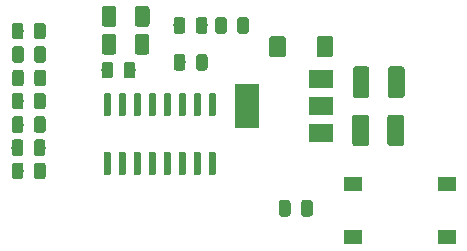
<source format=gbr>
G04 #@! TF.GenerationSoftware,KiCad,Pcbnew,(5.1.2-1)-1*
G04 #@! TF.CreationDate,2022-01-26T01:19:45+00:00*
G04 #@! TF.ProjectId,mz25key,6d7a3235-6b65-4792-9e6b-696361645f70,rev?*
G04 #@! TF.SameCoordinates,Original*
G04 #@! TF.FileFunction,Paste,Top*
G04 #@! TF.FilePolarity,Positive*
%FSLAX46Y46*%
G04 Gerber Fmt 4.6, Leading zero omitted, Abs format (unit mm)*
G04 Created by KiCad (PCBNEW (5.1.2-1)-1) date 2022-01-26 01:19:45*
%MOMM*%
%LPD*%
G04 APERTURE LIST*
%ADD10C,0.100000*%
%ADD11C,0.975000*%
%ADD12C,1.250000*%
%ADD13C,0.600000*%
%ADD14R,2.000000X1.500000*%
%ADD15R,2.000000X3.800000*%
%ADD16R,1.550000X1.300000*%
%ADD17C,1.425000*%
%ADD18C,1.400000*%
G04 APERTURE END LIST*
D10*
G36*
X67345142Y-86051174D02*
G01*
X67368803Y-86054684D01*
X67392007Y-86060496D01*
X67414529Y-86068554D01*
X67436153Y-86078782D01*
X67456670Y-86091079D01*
X67475883Y-86105329D01*
X67493607Y-86121393D01*
X67509671Y-86139117D01*
X67523921Y-86158330D01*
X67536218Y-86178847D01*
X67546446Y-86200471D01*
X67554504Y-86222993D01*
X67560316Y-86246197D01*
X67563826Y-86269858D01*
X67565000Y-86293750D01*
X67565000Y-87206250D01*
X67563826Y-87230142D01*
X67560316Y-87253803D01*
X67554504Y-87277007D01*
X67546446Y-87299529D01*
X67536218Y-87321153D01*
X67523921Y-87341670D01*
X67509671Y-87360883D01*
X67493607Y-87378607D01*
X67475883Y-87394671D01*
X67456670Y-87408921D01*
X67436153Y-87421218D01*
X67414529Y-87431446D01*
X67392007Y-87439504D01*
X67368803Y-87445316D01*
X67345142Y-87448826D01*
X67321250Y-87450000D01*
X66833750Y-87450000D01*
X66809858Y-87448826D01*
X66786197Y-87445316D01*
X66762993Y-87439504D01*
X66740471Y-87431446D01*
X66718847Y-87421218D01*
X66698330Y-87408921D01*
X66679117Y-87394671D01*
X66661393Y-87378607D01*
X66645329Y-87360883D01*
X66631079Y-87341670D01*
X66618782Y-87321153D01*
X66608554Y-87299529D01*
X66600496Y-87277007D01*
X66594684Y-87253803D01*
X66591174Y-87230142D01*
X66590000Y-87206250D01*
X66590000Y-86293750D01*
X66591174Y-86269858D01*
X66594684Y-86246197D01*
X66600496Y-86222993D01*
X66608554Y-86200471D01*
X66618782Y-86178847D01*
X66631079Y-86158330D01*
X66645329Y-86139117D01*
X66661393Y-86121393D01*
X66679117Y-86105329D01*
X66698330Y-86091079D01*
X66718847Y-86078782D01*
X66740471Y-86068554D01*
X66762993Y-86060496D01*
X66786197Y-86054684D01*
X66809858Y-86051174D01*
X66833750Y-86050000D01*
X67321250Y-86050000D01*
X67345142Y-86051174D01*
X67345142Y-86051174D01*
G37*
D11*
X67077500Y-86750000D03*
D10*
G36*
X65470142Y-86051174D02*
G01*
X65493803Y-86054684D01*
X65517007Y-86060496D01*
X65539529Y-86068554D01*
X65561153Y-86078782D01*
X65581670Y-86091079D01*
X65600883Y-86105329D01*
X65618607Y-86121393D01*
X65634671Y-86139117D01*
X65648921Y-86158330D01*
X65661218Y-86178847D01*
X65671446Y-86200471D01*
X65679504Y-86222993D01*
X65685316Y-86246197D01*
X65688826Y-86269858D01*
X65690000Y-86293750D01*
X65690000Y-87206250D01*
X65688826Y-87230142D01*
X65685316Y-87253803D01*
X65679504Y-87277007D01*
X65671446Y-87299529D01*
X65661218Y-87321153D01*
X65648921Y-87341670D01*
X65634671Y-87360883D01*
X65618607Y-87378607D01*
X65600883Y-87394671D01*
X65581670Y-87408921D01*
X65561153Y-87421218D01*
X65539529Y-87431446D01*
X65517007Y-87439504D01*
X65493803Y-87445316D01*
X65470142Y-87448826D01*
X65446250Y-87450000D01*
X64958750Y-87450000D01*
X64934858Y-87448826D01*
X64911197Y-87445316D01*
X64887993Y-87439504D01*
X64865471Y-87431446D01*
X64843847Y-87421218D01*
X64823330Y-87408921D01*
X64804117Y-87394671D01*
X64786393Y-87378607D01*
X64770329Y-87360883D01*
X64756079Y-87341670D01*
X64743782Y-87321153D01*
X64733554Y-87299529D01*
X64725496Y-87277007D01*
X64719684Y-87253803D01*
X64716174Y-87230142D01*
X64715000Y-87206250D01*
X64715000Y-86293750D01*
X64716174Y-86269858D01*
X64719684Y-86246197D01*
X64725496Y-86222993D01*
X64733554Y-86200471D01*
X64743782Y-86178847D01*
X64756079Y-86158330D01*
X64770329Y-86139117D01*
X64786393Y-86121393D01*
X64804117Y-86105329D01*
X64823330Y-86091079D01*
X64843847Y-86078782D01*
X64865471Y-86068554D01*
X64887993Y-86060496D01*
X64911197Y-86054684D01*
X64934858Y-86051174D01*
X64958750Y-86050000D01*
X65446250Y-86050000D01*
X65470142Y-86051174D01*
X65470142Y-86051174D01*
G37*
D11*
X65202500Y-86750000D03*
D10*
G36*
X68990142Y-86051174D02*
G01*
X69013803Y-86054684D01*
X69037007Y-86060496D01*
X69059529Y-86068554D01*
X69081153Y-86078782D01*
X69101670Y-86091079D01*
X69120883Y-86105329D01*
X69138607Y-86121393D01*
X69154671Y-86139117D01*
X69168921Y-86158330D01*
X69181218Y-86178847D01*
X69191446Y-86200471D01*
X69199504Y-86222993D01*
X69205316Y-86246197D01*
X69208826Y-86269858D01*
X69210000Y-86293750D01*
X69210000Y-87206250D01*
X69208826Y-87230142D01*
X69205316Y-87253803D01*
X69199504Y-87277007D01*
X69191446Y-87299529D01*
X69181218Y-87321153D01*
X69168921Y-87341670D01*
X69154671Y-87360883D01*
X69138607Y-87378607D01*
X69120883Y-87394671D01*
X69101670Y-87408921D01*
X69081153Y-87421218D01*
X69059529Y-87431446D01*
X69037007Y-87439504D01*
X69013803Y-87445316D01*
X68990142Y-87448826D01*
X68966250Y-87450000D01*
X68478750Y-87450000D01*
X68454858Y-87448826D01*
X68431197Y-87445316D01*
X68407993Y-87439504D01*
X68385471Y-87431446D01*
X68363847Y-87421218D01*
X68343330Y-87408921D01*
X68324117Y-87394671D01*
X68306393Y-87378607D01*
X68290329Y-87360883D01*
X68276079Y-87341670D01*
X68263782Y-87321153D01*
X68253554Y-87299529D01*
X68245496Y-87277007D01*
X68239684Y-87253803D01*
X68236174Y-87230142D01*
X68235000Y-87206250D01*
X68235000Y-86293750D01*
X68236174Y-86269858D01*
X68239684Y-86246197D01*
X68245496Y-86222993D01*
X68253554Y-86200471D01*
X68263782Y-86178847D01*
X68276079Y-86158330D01*
X68290329Y-86139117D01*
X68306393Y-86121393D01*
X68324117Y-86105329D01*
X68343330Y-86091079D01*
X68363847Y-86078782D01*
X68385471Y-86068554D01*
X68407993Y-86060496D01*
X68431197Y-86054684D01*
X68454858Y-86051174D01*
X68478750Y-86050000D01*
X68966250Y-86050000D01*
X68990142Y-86051174D01*
X68990142Y-86051174D01*
G37*
D11*
X68722500Y-86750000D03*
D10*
G36*
X70865142Y-86051174D02*
G01*
X70888803Y-86054684D01*
X70912007Y-86060496D01*
X70934529Y-86068554D01*
X70956153Y-86078782D01*
X70976670Y-86091079D01*
X70995883Y-86105329D01*
X71013607Y-86121393D01*
X71029671Y-86139117D01*
X71043921Y-86158330D01*
X71056218Y-86178847D01*
X71066446Y-86200471D01*
X71074504Y-86222993D01*
X71080316Y-86246197D01*
X71083826Y-86269858D01*
X71085000Y-86293750D01*
X71085000Y-87206250D01*
X71083826Y-87230142D01*
X71080316Y-87253803D01*
X71074504Y-87277007D01*
X71066446Y-87299529D01*
X71056218Y-87321153D01*
X71043921Y-87341670D01*
X71029671Y-87360883D01*
X71013607Y-87378607D01*
X70995883Y-87394671D01*
X70976670Y-87408921D01*
X70956153Y-87421218D01*
X70934529Y-87431446D01*
X70912007Y-87439504D01*
X70888803Y-87445316D01*
X70865142Y-87448826D01*
X70841250Y-87450000D01*
X70353750Y-87450000D01*
X70329858Y-87448826D01*
X70306197Y-87445316D01*
X70282993Y-87439504D01*
X70260471Y-87431446D01*
X70238847Y-87421218D01*
X70218330Y-87408921D01*
X70199117Y-87394671D01*
X70181393Y-87378607D01*
X70165329Y-87360883D01*
X70151079Y-87341670D01*
X70138782Y-87321153D01*
X70128554Y-87299529D01*
X70120496Y-87277007D01*
X70114684Y-87253803D01*
X70111174Y-87230142D01*
X70110000Y-87206250D01*
X70110000Y-86293750D01*
X70111174Y-86269858D01*
X70114684Y-86246197D01*
X70120496Y-86222993D01*
X70128554Y-86200471D01*
X70138782Y-86178847D01*
X70151079Y-86158330D01*
X70165329Y-86139117D01*
X70181393Y-86121393D01*
X70199117Y-86105329D01*
X70218330Y-86091079D01*
X70238847Y-86078782D01*
X70260471Y-86068554D01*
X70282993Y-86060496D01*
X70306197Y-86054684D01*
X70329858Y-86051174D01*
X70353750Y-86050000D01*
X70841250Y-86050000D01*
X70865142Y-86051174D01*
X70865142Y-86051174D01*
G37*
D11*
X70597500Y-86750000D03*
D10*
G36*
X76265142Y-101531174D02*
G01*
X76288803Y-101534684D01*
X76312007Y-101540496D01*
X76334529Y-101548554D01*
X76356153Y-101558782D01*
X76376670Y-101571079D01*
X76395883Y-101585329D01*
X76413607Y-101601393D01*
X76429671Y-101619117D01*
X76443921Y-101638330D01*
X76456218Y-101658847D01*
X76466446Y-101680471D01*
X76474504Y-101702993D01*
X76480316Y-101726197D01*
X76483826Y-101749858D01*
X76485000Y-101773750D01*
X76485000Y-102686250D01*
X76483826Y-102710142D01*
X76480316Y-102733803D01*
X76474504Y-102757007D01*
X76466446Y-102779529D01*
X76456218Y-102801153D01*
X76443921Y-102821670D01*
X76429671Y-102840883D01*
X76413607Y-102858607D01*
X76395883Y-102874671D01*
X76376670Y-102888921D01*
X76356153Y-102901218D01*
X76334529Y-102911446D01*
X76312007Y-102919504D01*
X76288803Y-102925316D01*
X76265142Y-102928826D01*
X76241250Y-102930000D01*
X75753750Y-102930000D01*
X75729858Y-102928826D01*
X75706197Y-102925316D01*
X75682993Y-102919504D01*
X75660471Y-102911446D01*
X75638847Y-102901218D01*
X75618330Y-102888921D01*
X75599117Y-102874671D01*
X75581393Y-102858607D01*
X75565329Y-102840883D01*
X75551079Y-102821670D01*
X75538782Y-102801153D01*
X75528554Y-102779529D01*
X75520496Y-102757007D01*
X75514684Y-102733803D01*
X75511174Y-102710142D01*
X75510000Y-102686250D01*
X75510000Y-101773750D01*
X75511174Y-101749858D01*
X75514684Y-101726197D01*
X75520496Y-101702993D01*
X75528554Y-101680471D01*
X75538782Y-101658847D01*
X75551079Y-101638330D01*
X75565329Y-101619117D01*
X75581393Y-101601393D01*
X75599117Y-101585329D01*
X75618330Y-101571079D01*
X75638847Y-101558782D01*
X75660471Y-101548554D01*
X75682993Y-101540496D01*
X75706197Y-101534684D01*
X75729858Y-101531174D01*
X75753750Y-101530000D01*
X76241250Y-101530000D01*
X76265142Y-101531174D01*
X76265142Y-101531174D01*
G37*
D11*
X75997500Y-102230000D03*
D10*
G36*
X74390142Y-101531174D02*
G01*
X74413803Y-101534684D01*
X74437007Y-101540496D01*
X74459529Y-101548554D01*
X74481153Y-101558782D01*
X74501670Y-101571079D01*
X74520883Y-101585329D01*
X74538607Y-101601393D01*
X74554671Y-101619117D01*
X74568921Y-101638330D01*
X74581218Y-101658847D01*
X74591446Y-101680471D01*
X74599504Y-101702993D01*
X74605316Y-101726197D01*
X74608826Y-101749858D01*
X74610000Y-101773750D01*
X74610000Y-102686250D01*
X74608826Y-102710142D01*
X74605316Y-102733803D01*
X74599504Y-102757007D01*
X74591446Y-102779529D01*
X74581218Y-102801153D01*
X74568921Y-102821670D01*
X74554671Y-102840883D01*
X74538607Y-102858607D01*
X74520883Y-102874671D01*
X74501670Y-102888921D01*
X74481153Y-102901218D01*
X74459529Y-102911446D01*
X74437007Y-102919504D01*
X74413803Y-102925316D01*
X74390142Y-102928826D01*
X74366250Y-102930000D01*
X73878750Y-102930000D01*
X73854858Y-102928826D01*
X73831197Y-102925316D01*
X73807993Y-102919504D01*
X73785471Y-102911446D01*
X73763847Y-102901218D01*
X73743330Y-102888921D01*
X73724117Y-102874671D01*
X73706393Y-102858607D01*
X73690329Y-102840883D01*
X73676079Y-102821670D01*
X73663782Y-102801153D01*
X73653554Y-102779529D01*
X73645496Y-102757007D01*
X73639684Y-102733803D01*
X73636174Y-102710142D01*
X73635000Y-102686250D01*
X73635000Y-101773750D01*
X73636174Y-101749858D01*
X73639684Y-101726197D01*
X73645496Y-101702993D01*
X73653554Y-101680471D01*
X73663782Y-101658847D01*
X73676079Y-101638330D01*
X73690329Y-101619117D01*
X73706393Y-101601393D01*
X73724117Y-101585329D01*
X73743330Y-101571079D01*
X73763847Y-101558782D01*
X73785471Y-101548554D01*
X73807993Y-101540496D01*
X73831197Y-101534684D01*
X73854858Y-101531174D01*
X73878750Y-101530000D01*
X74366250Y-101530000D01*
X74390142Y-101531174D01*
X74390142Y-101531174D01*
G37*
D11*
X74122500Y-102230000D03*
D10*
G36*
X59649504Y-85106204D02*
G01*
X59673773Y-85109804D01*
X59697571Y-85115765D01*
X59720671Y-85124030D01*
X59742849Y-85134520D01*
X59763893Y-85147133D01*
X59783598Y-85161747D01*
X59801777Y-85178223D01*
X59818253Y-85196402D01*
X59832867Y-85216107D01*
X59845480Y-85237151D01*
X59855970Y-85259329D01*
X59864235Y-85282429D01*
X59870196Y-85306227D01*
X59873796Y-85330496D01*
X59875000Y-85355000D01*
X59875000Y-86605000D01*
X59873796Y-86629504D01*
X59870196Y-86653773D01*
X59864235Y-86677571D01*
X59855970Y-86700671D01*
X59845480Y-86722849D01*
X59832867Y-86743893D01*
X59818253Y-86763598D01*
X59801777Y-86781777D01*
X59783598Y-86798253D01*
X59763893Y-86812867D01*
X59742849Y-86825480D01*
X59720671Y-86835970D01*
X59697571Y-86844235D01*
X59673773Y-86850196D01*
X59649504Y-86853796D01*
X59625000Y-86855000D01*
X58875000Y-86855000D01*
X58850496Y-86853796D01*
X58826227Y-86850196D01*
X58802429Y-86844235D01*
X58779329Y-86835970D01*
X58757151Y-86825480D01*
X58736107Y-86812867D01*
X58716402Y-86798253D01*
X58698223Y-86781777D01*
X58681747Y-86763598D01*
X58667133Y-86743893D01*
X58654520Y-86722849D01*
X58644030Y-86700671D01*
X58635765Y-86677571D01*
X58629804Y-86653773D01*
X58626204Y-86629504D01*
X58625000Y-86605000D01*
X58625000Y-85355000D01*
X58626204Y-85330496D01*
X58629804Y-85306227D01*
X58635765Y-85282429D01*
X58644030Y-85259329D01*
X58654520Y-85237151D01*
X58667133Y-85216107D01*
X58681747Y-85196402D01*
X58698223Y-85178223D01*
X58716402Y-85161747D01*
X58736107Y-85147133D01*
X58757151Y-85134520D01*
X58779329Y-85124030D01*
X58802429Y-85115765D01*
X58826227Y-85109804D01*
X58850496Y-85106204D01*
X58875000Y-85105000D01*
X59625000Y-85105000D01*
X59649504Y-85106204D01*
X59649504Y-85106204D01*
G37*
D12*
X59250000Y-85980000D03*
D10*
G36*
X62449504Y-85106204D02*
G01*
X62473773Y-85109804D01*
X62497571Y-85115765D01*
X62520671Y-85124030D01*
X62542849Y-85134520D01*
X62563893Y-85147133D01*
X62583598Y-85161747D01*
X62601777Y-85178223D01*
X62618253Y-85196402D01*
X62632867Y-85216107D01*
X62645480Y-85237151D01*
X62655970Y-85259329D01*
X62664235Y-85282429D01*
X62670196Y-85306227D01*
X62673796Y-85330496D01*
X62675000Y-85355000D01*
X62675000Y-86605000D01*
X62673796Y-86629504D01*
X62670196Y-86653773D01*
X62664235Y-86677571D01*
X62655970Y-86700671D01*
X62645480Y-86722849D01*
X62632867Y-86743893D01*
X62618253Y-86763598D01*
X62601777Y-86781777D01*
X62583598Y-86798253D01*
X62563893Y-86812867D01*
X62542849Y-86825480D01*
X62520671Y-86835970D01*
X62497571Y-86844235D01*
X62473773Y-86850196D01*
X62449504Y-86853796D01*
X62425000Y-86855000D01*
X61675000Y-86855000D01*
X61650496Y-86853796D01*
X61626227Y-86850196D01*
X61602429Y-86844235D01*
X61579329Y-86835970D01*
X61557151Y-86825480D01*
X61536107Y-86812867D01*
X61516402Y-86798253D01*
X61498223Y-86781777D01*
X61481747Y-86763598D01*
X61467133Y-86743893D01*
X61454520Y-86722849D01*
X61444030Y-86700671D01*
X61435765Y-86677571D01*
X61429804Y-86653773D01*
X61426204Y-86629504D01*
X61425000Y-86605000D01*
X61425000Y-85355000D01*
X61426204Y-85330496D01*
X61429804Y-85306227D01*
X61435765Y-85282429D01*
X61444030Y-85259329D01*
X61454520Y-85237151D01*
X61467133Y-85216107D01*
X61481747Y-85196402D01*
X61498223Y-85178223D01*
X61516402Y-85161747D01*
X61536107Y-85147133D01*
X61557151Y-85134520D01*
X61579329Y-85124030D01*
X61602429Y-85115765D01*
X61626227Y-85109804D01*
X61650496Y-85106204D01*
X61675000Y-85105000D01*
X62425000Y-85105000D01*
X62449504Y-85106204D01*
X62449504Y-85106204D01*
G37*
D12*
X62050000Y-85980000D03*
D10*
G36*
X61245142Y-89841174D02*
G01*
X61268803Y-89844684D01*
X61292007Y-89850496D01*
X61314529Y-89858554D01*
X61336153Y-89868782D01*
X61356670Y-89881079D01*
X61375883Y-89895329D01*
X61393607Y-89911393D01*
X61409671Y-89929117D01*
X61423921Y-89948330D01*
X61436218Y-89968847D01*
X61446446Y-89990471D01*
X61454504Y-90012993D01*
X61460316Y-90036197D01*
X61463826Y-90059858D01*
X61465000Y-90083750D01*
X61465000Y-90996250D01*
X61463826Y-91020142D01*
X61460316Y-91043803D01*
X61454504Y-91067007D01*
X61446446Y-91089529D01*
X61436218Y-91111153D01*
X61423921Y-91131670D01*
X61409671Y-91150883D01*
X61393607Y-91168607D01*
X61375883Y-91184671D01*
X61356670Y-91198921D01*
X61336153Y-91211218D01*
X61314529Y-91221446D01*
X61292007Y-91229504D01*
X61268803Y-91235316D01*
X61245142Y-91238826D01*
X61221250Y-91240000D01*
X60733750Y-91240000D01*
X60709858Y-91238826D01*
X60686197Y-91235316D01*
X60662993Y-91229504D01*
X60640471Y-91221446D01*
X60618847Y-91211218D01*
X60598330Y-91198921D01*
X60579117Y-91184671D01*
X60561393Y-91168607D01*
X60545329Y-91150883D01*
X60531079Y-91131670D01*
X60518782Y-91111153D01*
X60508554Y-91089529D01*
X60500496Y-91067007D01*
X60494684Y-91043803D01*
X60491174Y-91020142D01*
X60490000Y-90996250D01*
X60490000Y-90083750D01*
X60491174Y-90059858D01*
X60494684Y-90036197D01*
X60500496Y-90012993D01*
X60508554Y-89990471D01*
X60518782Y-89968847D01*
X60531079Y-89948330D01*
X60545329Y-89929117D01*
X60561393Y-89911393D01*
X60579117Y-89895329D01*
X60598330Y-89881079D01*
X60618847Y-89868782D01*
X60640471Y-89858554D01*
X60662993Y-89850496D01*
X60686197Y-89844684D01*
X60709858Y-89841174D01*
X60733750Y-89840000D01*
X61221250Y-89840000D01*
X61245142Y-89841174D01*
X61245142Y-89841174D01*
G37*
D11*
X60977500Y-90540000D03*
D10*
G36*
X59370142Y-89841174D02*
G01*
X59393803Y-89844684D01*
X59417007Y-89850496D01*
X59439529Y-89858554D01*
X59461153Y-89868782D01*
X59481670Y-89881079D01*
X59500883Y-89895329D01*
X59518607Y-89911393D01*
X59534671Y-89929117D01*
X59548921Y-89948330D01*
X59561218Y-89968847D01*
X59571446Y-89990471D01*
X59579504Y-90012993D01*
X59585316Y-90036197D01*
X59588826Y-90059858D01*
X59590000Y-90083750D01*
X59590000Y-90996250D01*
X59588826Y-91020142D01*
X59585316Y-91043803D01*
X59579504Y-91067007D01*
X59571446Y-91089529D01*
X59561218Y-91111153D01*
X59548921Y-91131670D01*
X59534671Y-91150883D01*
X59518607Y-91168607D01*
X59500883Y-91184671D01*
X59481670Y-91198921D01*
X59461153Y-91211218D01*
X59439529Y-91221446D01*
X59417007Y-91229504D01*
X59393803Y-91235316D01*
X59370142Y-91238826D01*
X59346250Y-91240000D01*
X58858750Y-91240000D01*
X58834858Y-91238826D01*
X58811197Y-91235316D01*
X58787993Y-91229504D01*
X58765471Y-91221446D01*
X58743847Y-91211218D01*
X58723330Y-91198921D01*
X58704117Y-91184671D01*
X58686393Y-91168607D01*
X58670329Y-91150883D01*
X58656079Y-91131670D01*
X58643782Y-91111153D01*
X58633554Y-91089529D01*
X58625496Y-91067007D01*
X58619684Y-91043803D01*
X58616174Y-91020142D01*
X58615000Y-90996250D01*
X58615000Y-90083750D01*
X58616174Y-90059858D01*
X58619684Y-90036197D01*
X58625496Y-90012993D01*
X58633554Y-89990471D01*
X58643782Y-89968847D01*
X58656079Y-89948330D01*
X58670329Y-89929117D01*
X58686393Y-89911393D01*
X58704117Y-89895329D01*
X58723330Y-89881079D01*
X58743847Y-89868782D01*
X58765471Y-89858554D01*
X58787993Y-89850496D01*
X58811197Y-89844684D01*
X58834858Y-89841174D01*
X58858750Y-89840000D01*
X59346250Y-89840000D01*
X59370142Y-89841174D01*
X59370142Y-89841174D01*
G37*
D11*
X59102500Y-90540000D03*
D10*
G36*
X59639504Y-87466204D02*
G01*
X59663773Y-87469804D01*
X59687571Y-87475765D01*
X59710671Y-87484030D01*
X59732849Y-87494520D01*
X59753893Y-87507133D01*
X59773598Y-87521747D01*
X59791777Y-87538223D01*
X59808253Y-87556402D01*
X59822867Y-87576107D01*
X59835480Y-87597151D01*
X59845970Y-87619329D01*
X59854235Y-87642429D01*
X59860196Y-87666227D01*
X59863796Y-87690496D01*
X59865000Y-87715000D01*
X59865000Y-88965000D01*
X59863796Y-88989504D01*
X59860196Y-89013773D01*
X59854235Y-89037571D01*
X59845970Y-89060671D01*
X59835480Y-89082849D01*
X59822867Y-89103893D01*
X59808253Y-89123598D01*
X59791777Y-89141777D01*
X59773598Y-89158253D01*
X59753893Y-89172867D01*
X59732849Y-89185480D01*
X59710671Y-89195970D01*
X59687571Y-89204235D01*
X59663773Y-89210196D01*
X59639504Y-89213796D01*
X59615000Y-89215000D01*
X58865000Y-89215000D01*
X58840496Y-89213796D01*
X58816227Y-89210196D01*
X58792429Y-89204235D01*
X58769329Y-89195970D01*
X58747151Y-89185480D01*
X58726107Y-89172867D01*
X58706402Y-89158253D01*
X58688223Y-89141777D01*
X58671747Y-89123598D01*
X58657133Y-89103893D01*
X58644520Y-89082849D01*
X58634030Y-89060671D01*
X58625765Y-89037571D01*
X58619804Y-89013773D01*
X58616204Y-88989504D01*
X58615000Y-88965000D01*
X58615000Y-87715000D01*
X58616204Y-87690496D01*
X58619804Y-87666227D01*
X58625765Y-87642429D01*
X58634030Y-87619329D01*
X58644520Y-87597151D01*
X58657133Y-87576107D01*
X58671747Y-87556402D01*
X58688223Y-87538223D01*
X58706402Y-87521747D01*
X58726107Y-87507133D01*
X58747151Y-87494520D01*
X58769329Y-87484030D01*
X58792429Y-87475765D01*
X58816227Y-87469804D01*
X58840496Y-87466204D01*
X58865000Y-87465000D01*
X59615000Y-87465000D01*
X59639504Y-87466204D01*
X59639504Y-87466204D01*
G37*
D12*
X59240000Y-88340000D03*
D10*
G36*
X62439504Y-87466204D02*
G01*
X62463773Y-87469804D01*
X62487571Y-87475765D01*
X62510671Y-87484030D01*
X62532849Y-87494520D01*
X62553893Y-87507133D01*
X62573598Y-87521747D01*
X62591777Y-87538223D01*
X62608253Y-87556402D01*
X62622867Y-87576107D01*
X62635480Y-87597151D01*
X62645970Y-87619329D01*
X62654235Y-87642429D01*
X62660196Y-87666227D01*
X62663796Y-87690496D01*
X62665000Y-87715000D01*
X62665000Y-88965000D01*
X62663796Y-88989504D01*
X62660196Y-89013773D01*
X62654235Y-89037571D01*
X62645970Y-89060671D01*
X62635480Y-89082849D01*
X62622867Y-89103893D01*
X62608253Y-89123598D01*
X62591777Y-89141777D01*
X62573598Y-89158253D01*
X62553893Y-89172867D01*
X62532849Y-89185480D01*
X62510671Y-89195970D01*
X62487571Y-89204235D01*
X62463773Y-89210196D01*
X62439504Y-89213796D01*
X62415000Y-89215000D01*
X61665000Y-89215000D01*
X61640496Y-89213796D01*
X61616227Y-89210196D01*
X61592429Y-89204235D01*
X61569329Y-89195970D01*
X61547151Y-89185480D01*
X61526107Y-89172867D01*
X61506402Y-89158253D01*
X61488223Y-89141777D01*
X61471747Y-89123598D01*
X61457133Y-89103893D01*
X61444520Y-89082849D01*
X61434030Y-89060671D01*
X61425765Y-89037571D01*
X61419804Y-89013773D01*
X61416204Y-88989504D01*
X61415000Y-88965000D01*
X61415000Y-87715000D01*
X61416204Y-87690496D01*
X61419804Y-87666227D01*
X61425765Y-87642429D01*
X61434030Y-87619329D01*
X61444520Y-87597151D01*
X61457133Y-87576107D01*
X61471747Y-87556402D01*
X61488223Y-87538223D01*
X61506402Y-87521747D01*
X61526107Y-87507133D01*
X61547151Y-87494520D01*
X61569329Y-87484030D01*
X61592429Y-87475765D01*
X61616227Y-87469804D01*
X61640496Y-87466204D01*
X61665000Y-87465000D01*
X62415000Y-87465000D01*
X62439504Y-87466204D01*
X62439504Y-87466204D01*
G37*
D12*
X62040000Y-88340000D03*
D10*
G36*
X59249703Y-92490722D02*
G01*
X59264264Y-92492882D01*
X59278543Y-92496459D01*
X59292403Y-92501418D01*
X59305710Y-92507712D01*
X59318336Y-92515280D01*
X59330159Y-92524048D01*
X59341066Y-92533934D01*
X59350952Y-92544841D01*
X59359720Y-92556664D01*
X59367288Y-92569290D01*
X59373582Y-92582597D01*
X59378541Y-92596457D01*
X59382118Y-92610736D01*
X59384278Y-92625297D01*
X59385000Y-92640000D01*
X59385000Y-94290000D01*
X59384278Y-94304703D01*
X59382118Y-94319264D01*
X59378541Y-94333543D01*
X59373582Y-94347403D01*
X59367288Y-94360710D01*
X59359720Y-94373336D01*
X59350952Y-94385159D01*
X59341066Y-94396066D01*
X59330159Y-94405952D01*
X59318336Y-94414720D01*
X59305710Y-94422288D01*
X59292403Y-94428582D01*
X59278543Y-94433541D01*
X59264264Y-94437118D01*
X59249703Y-94439278D01*
X59235000Y-94440000D01*
X58935000Y-94440000D01*
X58920297Y-94439278D01*
X58905736Y-94437118D01*
X58891457Y-94433541D01*
X58877597Y-94428582D01*
X58864290Y-94422288D01*
X58851664Y-94414720D01*
X58839841Y-94405952D01*
X58828934Y-94396066D01*
X58819048Y-94385159D01*
X58810280Y-94373336D01*
X58802712Y-94360710D01*
X58796418Y-94347403D01*
X58791459Y-94333543D01*
X58787882Y-94319264D01*
X58785722Y-94304703D01*
X58785000Y-94290000D01*
X58785000Y-92640000D01*
X58785722Y-92625297D01*
X58787882Y-92610736D01*
X58791459Y-92596457D01*
X58796418Y-92582597D01*
X58802712Y-92569290D01*
X58810280Y-92556664D01*
X58819048Y-92544841D01*
X58828934Y-92533934D01*
X58839841Y-92524048D01*
X58851664Y-92515280D01*
X58864290Y-92507712D01*
X58877597Y-92501418D01*
X58891457Y-92496459D01*
X58905736Y-92492882D01*
X58920297Y-92490722D01*
X58935000Y-92490000D01*
X59235000Y-92490000D01*
X59249703Y-92490722D01*
X59249703Y-92490722D01*
G37*
D13*
X59085000Y-93465000D03*
D10*
G36*
X60519703Y-92490722D02*
G01*
X60534264Y-92492882D01*
X60548543Y-92496459D01*
X60562403Y-92501418D01*
X60575710Y-92507712D01*
X60588336Y-92515280D01*
X60600159Y-92524048D01*
X60611066Y-92533934D01*
X60620952Y-92544841D01*
X60629720Y-92556664D01*
X60637288Y-92569290D01*
X60643582Y-92582597D01*
X60648541Y-92596457D01*
X60652118Y-92610736D01*
X60654278Y-92625297D01*
X60655000Y-92640000D01*
X60655000Y-94290000D01*
X60654278Y-94304703D01*
X60652118Y-94319264D01*
X60648541Y-94333543D01*
X60643582Y-94347403D01*
X60637288Y-94360710D01*
X60629720Y-94373336D01*
X60620952Y-94385159D01*
X60611066Y-94396066D01*
X60600159Y-94405952D01*
X60588336Y-94414720D01*
X60575710Y-94422288D01*
X60562403Y-94428582D01*
X60548543Y-94433541D01*
X60534264Y-94437118D01*
X60519703Y-94439278D01*
X60505000Y-94440000D01*
X60205000Y-94440000D01*
X60190297Y-94439278D01*
X60175736Y-94437118D01*
X60161457Y-94433541D01*
X60147597Y-94428582D01*
X60134290Y-94422288D01*
X60121664Y-94414720D01*
X60109841Y-94405952D01*
X60098934Y-94396066D01*
X60089048Y-94385159D01*
X60080280Y-94373336D01*
X60072712Y-94360710D01*
X60066418Y-94347403D01*
X60061459Y-94333543D01*
X60057882Y-94319264D01*
X60055722Y-94304703D01*
X60055000Y-94290000D01*
X60055000Y-92640000D01*
X60055722Y-92625297D01*
X60057882Y-92610736D01*
X60061459Y-92596457D01*
X60066418Y-92582597D01*
X60072712Y-92569290D01*
X60080280Y-92556664D01*
X60089048Y-92544841D01*
X60098934Y-92533934D01*
X60109841Y-92524048D01*
X60121664Y-92515280D01*
X60134290Y-92507712D01*
X60147597Y-92501418D01*
X60161457Y-92496459D01*
X60175736Y-92492882D01*
X60190297Y-92490722D01*
X60205000Y-92490000D01*
X60505000Y-92490000D01*
X60519703Y-92490722D01*
X60519703Y-92490722D01*
G37*
D13*
X60355000Y-93465000D03*
D10*
G36*
X61789703Y-92490722D02*
G01*
X61804264Y-92492882D01*
X61818543Y-92496459D01*
X61832403Y-92501418D01*
X61845710Y-92507712D01*
X61858336Y-92515280D01*
X61870159Y-92524048D01*
X61881066Y-92533934D01*
X61890952Y-92544841D01*
X61899720Y-92556664D01*
X61907288Y-92569290D01*
X61913582Y-92582597D01*
X61918541Y-92596457D01*
X61922118Y-92610736D01*
X61924278Y-92625297D01*
X61925000Y-92640000D01*
X61925000Y-94290000D01*
X61924278Y-94304703D01*
X61922118Y-94319264D01*
X61918541Y-94333543D01*
X61913582Y-94347403D01*
X61907288Y-94360710D01*
X61899720Y-94373336D01*
X61890952Y-94385159D01*
X61881066Y-94396066D01*
X61870159Y-94405952D01*
X61858336Y-94414720D01*
X61845710Y-94422288D01*
X61832403Y-94428582D01*
X61818543Y-94433541D01*
X61804264Y-94437118D01*
X61789703Y-94439278D01*
X61775000Y-94440000D01*
X61475000Y-94440000D01*
X61460297Y-94439278D01*
X61445736Y-94437118D01*
X61431457Y-94433541D01*
X61417597Y-94428582D01*
X61404290Y-94422288D01*
X61391664Y-94414720D01*
X61379841Y-94405952D01*
X61368934Y-94396066D01*
X61359048Y-94385159D01*
X61350280Y-94373336D01*
X61342712Y-94360710D01*
X61336418Y-94347403D01*
X61331459Y-94333543D01*
X61327882Y-94319264D01*
X61325722Y-94304703D01*
X61325000Y-94290000D01*
X61325000Y-92640000D01*
X61325722Y-92625297D01*
X61327882Y-92610736D01*
X61331459Y-92596457D01*
X61336418Y-92582597D01*
X61342712Y-92569290D01*
X61350280Y-92556664D01*
X61359048Y-92544841D01*
X61368934Y-92533934D01*
X61379841Y-92524048D01*
X61391664Y-92515280D01*
X61404290Y-92507712D01*
X61417597Y-92501418D01*
X61431457Y-92496459D01*
X61445736Y-92492882D01*
X61460297Y-92490722D01*
X61475000Y-92490000D01*
X61775000Y-92490000D01*
X61789703Y-92490722D01*
X61789703Y-92490722D01*
G37*
D13*
X61625000Y-93465000D03*
D10*
G36*
X63059703Y-92490722D02*
G01*
X63074264Y-92492882D01*
X63088543Y-92496459D01*
X63102403Y-92501418D01*
X63115710Y-92507712D01*
X63128336Y-92515280D01*
X63140159Y-92524048D01*
X63151066Y-92533934D01*
X63160952Y-92544841D01*
X63169720Y-92556664D01*
X63177288Y-92569290D01*
X63183582Y-92582597D01*
X63188541Y-92596457D01*
X63192118Y-92610736D01*
X63194278Y-92625297D01*
X63195000Y-92640000D01*
X63195000Y-94290000D01*
X63194278Y-94304703D01*
X63192118Y-94319264D01*
X63188541Y-94333543D01*
X63183582Y-94347403D01*
X63177288Y-94360710D01*
X63169720Y-94373336D01*
X63160952Y-94385159D01*
X63151066Y-94396066D01*
X63140159Y-94405952D01*
X63128336Y-94414720D01*
X63115710Y-94422288D01*
X63102403Y-94428582D01*
X63088543Y-94433541D01*
X63074264Y-94437118D01*
X63059703Y-94439278D01*
X63045000Y-94440000D01*
X62745000Y-94440000D01*
X62730297Y-94439278D01*
X62715736Y-94437118D01*
X62701457Y-94433541D01*
X62687597Y-94428582D01*
X62674290Y-94422288D01*
X62661664Y-94414720D01*
X62649841Y-94405952D01*
X62638934Y-94396066D01*
X62629048Y-94385159D01*
X62620280Y-94373336D01*
X62612712Y-94360710D01*
X62606418Y-94347403D01*
X62601459Y-94333543D01*
X62597882Y-94319264D01*
X62595722Y-94304703D01*
X62595000Y-94290000D01*
X62595000Y-92640000D01*
X62595722Y-92625297D01*
X62597882Y-92610736D01*
X62601459Y-92596457D01*
X62606418Y-92582597D01*
X62612712Y-92569290D01*
X62620280Y-92556664D01*
X62629048Y-92544841D01*
X62638934Y-92533934D01*
X62649841Y-92524048D01*
X62661664Y-92515280D01*
X62674290Y-92507712D01*
X62687597Y-92501418D01*
X62701457Y-92496459D01*
X62715736Y-92492882D01*
X62730297Y-92490722D01*
X62745000Y-92490000D01*
X63045000Y-92490000D01*
X63059703Y-92490722D01*
X63059703Y-92490722D01*
G37*
D13*
X62895000Y-93465000D03*
D10*
G36*
X64329703Y-92490722D02*
G01*
X64344264Y-92492882D01*
X64358543Y-92496459D01*
X64372403Y-92501418D01*
X64385710Y-92507712D01*
X64398336Y-92515280D01*
X64410159Y-92524048D01*
X64421066Y-92533934D01*
X64430952Y-92544841D01*
X64439720Y-92556664D01*
X64447288Y-92569290D01*
X64453582Y-92582597D01*
X64458541Y-92596457D01*
X64462118Y-92610736D01*
X64464278Y-92625297D01*
X64465000Y-92640000D01*
X64465000Y-94290000D01*
X64464278Y-94304703D01*
X64462118Y-94319264D01*
X64458541Y-94333543D01*
X64453582Y-94347403D01*
X64447288Y-94360710D01*
X64439720Y-94373336D01*
X64430952Y-94385159D01*
X64421066Y-94396066D01*
X64410159Y-94405952D01*
X64398336Y-94414720D01*
X64385710Y-94422288D01*
X64372403Y-94428582D01*
X64358543Y-94433541D01*
X64344264Y-94437118D01*
X64329703Y-94439278D01*
X64315000Y-94440000D01*
X64015000Y-94440000D01*
X64000297Y-94439278D01*
X63985736Y-94437118D01*
X63971457Y-94433541D01*
X63957597Y-94428582D01*
X63944290Y-94422288D01*
X63931664Y-94414720D01*
X63919841Y-94405952D01*
X63908934Y-94396066D01*
X63899048Y-94385159D01*
X63890280Y-94373336D01*
X63882712Y-94360710D01*
X63876418Y-94347403D01*
X63871459Y-94333543D01*
X63867882Y-94319264D01*
X63865722Y-94304703D01*
X63865000Y-94290000D01*
X63865000Y-92640000D01*
X63865722Y-92625297D01*
X63867882Y-92610736D01*
X63871459Y-92596457D01*
X63876418Y-92582597D01*
X63882712Y-92569290D01*
X63890280Y-92556664D01*
X63899048Y-92544841D01*
X63908934Y-92533934D01*
X63919841Y-92524048D01*
X63931664Y-92515280D01*
X63944290Y-92507712D01*
X63957597Y-92501418D01*
X63971457Y-92496459D01*
X63985736Y-92492882D01*
X64000297Y-92490722D01*
X64015000Y-92490000D01*
X64315000Y-92490000D01*
X64329703Y-92490722D01*
X64329703Y-92490722D01*
G37*
D13*
X64165000Y-93465000D03*
D10*
G36*
X65599703Y-92490722D02*
G01*
X65614264Y-92492882D01*
X65628543Y-92496459D01*
X65642403Y-92501418D01*
X65655710Y-92507712D01*
X65668336Y-92515280D01*
X65680159Y-92524048D01*
X65691066Y-92533934D01*
X65700952Y-92544841D01*
X65709720Y-92556664D01*
X65717288Y-92569290D01*
X65723582Y-92582597D01*
X65728541Y-92596457D01*
X65732118Y-92610736D01*
X65734278Y-92625297D01*
X65735000Y-92640000D01*
X65735000Y-94290000D01*
X65734278Y-94304703D01*
X65732118Y-94319264D01*
X65728541Y-94333543D01*
X65723582Y-94347403D01*
X65717288Y-94360710D01*
X65709720Y-94373336D01*
X65700952Y-94385159D01*
X65691066Y-94396066D01*
X65680159Y-94405952D01*
X65668336Y-94414720D01*
X65655710Y-94422288D01*
X65642403Y-94428582D01*
X65628543Y-94433541D01*
X65614264Y-94437118D01*
X65599703Y-94439278D01*
X65585000Y-94440000D01*
X65285000Y-94440000D01*
X65270297Y-94439278D01*
X65255736Y-94437118D01*
X65241457Y-94433541D01*
X65227597Y-94428582D01*
X65214290Y-94422288D01*
X65201664Y-94414720D01*
X65189841Y-94405952D01*
X65178934Y-94396066D01*
X65169048Y-94385159D01*
X65160280Y-94373336D01*
X65152712Y-94360710D01*
X65146418Y-94347403D01*
X65141459Y-94333543D01*
X65137882Y-94319264D01*
X65135722Y-94304703D01*
X65135000Y-94290000D01*
X65135000Y-92640000D01*
X65135722Y-92625297D01*
X65137882Y-92610736D01*
X65141459Y-92596457D01*
X65146418Y-92582597D01*
X65152712Y-92569290D01*
X65160280Y-92556664D01*
X65169048Y-92544841D01*
X65178934Y-92533934D01*
X65189841Y-92524048D01*
X65201664Y-92515280D01*
X65214290Y-92507712D01*
X65227597Y-92501418D01*
X65241457Y-92496459D01*
X65255736Y-92492882D01*
X65270297Y-92490722D01*
X65285000Y-92490000D01*
X65585000Y-92490000D01*
X65599703Y-92490722D01*
X65599703Y-92490722D01*
G37*
D13*
X65435000Y-93465000D03*
D10*
G36*
X66869703Y-92490722D02*
G01*
X66884264Y-92492882D01*
X66898543Y-92496459D01*
X66912403Y-92501418D01*
X66925710Y-92507712D01*
X66938336Y-92515280D01*
X66950159Y-92524048D01*
X66961066Y-92533934D01*
X66970952Y-92544841D01*
X66979720Y-92556664D01*
X66987288Y-92569290D01*
X66993582Y-92582597D01*
X66998541Y-92596457D01*
X67002118Y-92610736D01*
X67004278Y-92625297D01*
X67005000Y-92640000D01*
X67005000Y-94290000D01*
X67004278Y-94304703D01*
X67002118Y-94319264D01*
X66998541Y-94333543D01*
X66993582Y-94347403D01*
X66987288Y-94360710D01*
X66979720Y-94373336D01*
X66970952Y-94385159D01*
X66961066Y-94396066D01*
X66950159Y-94405952D01*
X66938336Y-94414720D01*
X66925710Y-94422288D01*
X66912403Y-94428582D01*
X66898543Y-94433541D01*
X66884264Y-94437118D01*
X66869703Y-94439278D01*
X66855000Y-94440000D01*
X66555000Y-94440000D01*
X66540297Y-94439278D01*
X66525736Y-94437118D01*
X66511457Y-94433541D01*
X66497597Y-94428582D01*
X66484290Y-94422288D01*
X66471664Y-94414720D01*
X66459841Y-94405952D01*
X66448934Y-94396066D01*
X66439048Y-94385159D01*
X66430280Y-94373336D01*
X66422712Y-94360710D01*
X66416418Y-94347403D01*
X66411459Y-94333543D01*
X66407882Y-94319264D01*
X66405722Y-94304703D01*
X66405000Y-94290000D01*
X66405000Y-92640000D01*
X66405722Y-92625297D01*
X66407882Y-92610736D01*
X66411459Y-92596457D01*
X66416418Y-92582597D01*
X66422712Y-92569290D01*
X66430280Y-92556664D01*
X66439048Y-92544841D01*
X66448934Y-92533934D01*
X66459841Y-92524048D01*
X66471664Y-92515280D01*
X66484290Y-92507712D01*
X66497597Y-92501418D01*
X66511457Y-92496459D01*
X66525736Y-92492882D01*
X66540297Y-92490722D01*
X66555000Y-92490000D01*
X66855000Y-92490000D01*
X66869703Y-92490722D01*
X66869703Y-92490722D01*
G37*
D13*
X66705000Y-93465000D03*
D10*
G36*
X68139703Y-92490722D02*
G01*
X68154264Y-92492882D01*
X68168543Y-92496459D01*
X68182403Y-92501418D01*
X68195710Y-92507712D01*
X68208336Y-92515280D01*
X68220159Y-92524048D01*
X68231066Y-92533934D01*
X68240952Y-92544841D01*
X68249720Y-92556664D01*
X68257288Y-92569290D01*
X68263582Y-92582597D01*
X68268541Y-92596457D01*
X68272118Y-92610736D01*
X68274278Y-92625297D01*
X68275000Y-92640000D01*
X68275000Y-94290000D01*
X68274278Y-94304703D01*
X68272118Y-94319264D01*
X68268541Y-94333543D01*
X68263582Y-94347403D01*
X68257288Y-94360710D01*
X68249720Y-94373336D01*
X68240952Y-94385159D01*
X68231066Y-94396066D01*
X68220159Y-94405952D01*
X68208336Y-94414720D01*
X68195710Y-94422288D01*
X68182403Y-94428582D01*
X68168543Y-94433541D01*
X68154264Y-94437118D01*
X68139703Y-94439278D01*
X68125000Y-94440000D01*
X67825000Y-94440000D01*
X67810297Y-94439278D01*
X67795736Y-94437118D01*
X67781457Y-94433541D01*
X67767597Y-94428582D01*
X67754290Y-94422288D01*
X67741664Y-94414720D01*
X67729841Y-94405952D01*
X67718934Y-94396066D01*
X67709048Y-94385159D01*
X67700280Y-94373336D01*
X67692712Y-94360710D01*
X67686418Y-94347403D01*
X67681459Y-94333543D01*
X67677882Y-94319264D01*
X67675722Y-94304703D01*
X67675000Y-94290000D01*
X67675000Y-92640000D01*
X67675722Y-92625297D01*
X67677882Y-92610736D01*
X67681459Y-92596457D01*
X67686418Y-92582597D01*
X67692712Y-92569290D01*
X67700280Y-92556664D01*
X67709048Y-92544841D01*
X67718934Y-92533934D01*
X67729841Y-92524048D01*
X67741664Y-92515280D01*
X67754290Y-92507712D01*
X67767597Y-92501418D01*
X67781457Y-92496459D01*
X67795736Y-92492882D01*
X67810297Y-92490722D01*
X67825000Y-92490000D01*
X68125000Y-92490000D01*
X68139703Y-92490722D01*
X68139703Y-92490722D01*
G37*
D13*
X67975000Y-93465000D03*
D10*
G36*
X68139703Y-97440722D02*
G01*
X68154264Y-97442882D01*
X68168543Y-97446459D01*
X68182403Y-97451418D01*
X68195710Y-97457712D01*
X68208336Y-97465280D01*
X68220159Y-97474048D01*
X68231066Y-97483934D01*
X68240952Y-97494841D01*
X68249720Y-97506664D01*
X68257288Y-97519290D01*
X68263582Y-97532597D01*
X68268541Y-97546457D01*
X68272118Y-97560736D01*
X68274278Y-97575297D01*
X68275000Y-97590000D01*
X68275000Y-99240000D01*
X68274278Y-99254703D01*
X68272118Y-99269264D01*
X68268541Y-99283543D01*
X68263582Y-99297403D01*
X68257288Y-99310710D01*
X68249720Y-99323336D01*
X68240952Y-99335159D01*
X68231066Y-99346066D01*
X68220159Y-99355952D01*
X68208336Y-99364720D01*
X68195710Y-99372288D01*
X68182403Y-99378582D01*
X68168543Y-99383541D01*
X68154264Y-99387118D01*
X68139703Y-99389278D01*
X68125000Y-99390000D01*
X67825000Y-99390000D01*
X67810297Y-99389278D01*
X67795736Y-99387118D01*
X67781457Y-99383541D01*
X67767597Y-99378582D01*
X67754290Y-99372288D01*
X67741664Y-99364720D01*
X67729841Y-99355952D01*
X67718934Y-99346066D01*
X67709048Y-99335159D01*
X67700280Y-99323336D01*
X67692712Y-99310710D01*
X67686418Y-99297403D01*
X67681459Y-99283543D01*
X67677882Y-99269264D01*
X67675722Y-99254703D01*
X67675000Y-99240000D01*
X67675000Y-97590000D01*
X67675722Y-97575297D01*
X67677882Y-97560736D01*
X67681459Y-97546457D01*
X67686418Y-97532597D01*
X67692712Y-97519290D01*
X67700280Y-97506664D01*
X67709048Y-97494841D01*
X67718934Y-97483934D01*
X67729841Y-97474048D01*
X67741664Y-97465280D01*
X67754290Y-97457712D01*
X67767597Y-97451418D01*
X67781457Y-97446459D01*
X67795736Y-97442882D01*
X67810297Y-97440722D01*
X67825000Y-97440000D01*
X68125000Y-97440000D01*
X68139703Y-97440722D01*
X68139703Y-97440722D01*
G37*
D13*
X67975000Y-98415000D03*
D10*
G36*
X66869703Y-97440722D02*
G01*
X66884264Y-97442882D01*
X66898543Y-97446459D01*
X66912403Y-97451418D01*
X66925710Y-97457712D01*
X66938336Y-97465280D01*
X66950159Y-97474048D01*
X66961066Y-97483934D01*
X66970952Y-97494841D01*
X66979720Y-97506664D01*
X66987288Y-97519290D01*
X66993582Y-97532597D01*
X66998541Y-97546457D01*
X67002118Y-97560736D01*
X67004278Y-97575297D01*
X67005000Y-97590000D01*
X67005000Y-99240000D01*
X67004278Y-99254703D01*
X67002118Y-99269264D01*
X66998541Y-99283543D01*
X66993582Y-99297403D01*
X66987288Y-99310710D01*
X66979720Y-99323336D01*
X66970952Y-99335159D01*
X66961066Y-99346066D01*
X66950159Y-99355952D01*
X66938336Y-99364720D01*
X66925710Y-99372288D01*
X66912403Y-99378582D01*
X66898543Y-99383541D01*
X66884264Y-99387118D01*
X66869703Y-99389278D01*
X66855000Y-99390000D01*
X66555000Y-99390000D01*
X66540297Y-99389278D01*
X66525736Y-99387118D01*
X66511457Y-99383541D01*
X66497597Y-99378582D01*
X66484290Y-99372288D01*
X66471664Y-99364720D01*
X66459841Y-99355952D01*
X66448934Y-99346066D01*
X66439048Y-99335159D01*
X66430280Y-99323336D01*
X66422712Y-99310710D01*
X66416418Y-99297403D01*
X66411459Y-99283543D01*
X66407882Y-99269264D01*
X66405722Y-99254703D01*
X66405000Y-99240000D01*
X66405000Y-97590000D01*
X66405722Y-97575297D01*
X66407882Y-97560736D01*
X66411459Y-97546457D01*
X66416418Y-97532597D01*
X66422712Y-97519290D01*
X66430280Y-97506664D01*
X66439048Y-97494841D01*
X66448934Y-97483934D01*
X66459841Y-97474048D01*
X66471664Y-97465280D01*
X66484290Y-97457712D01*
X66497597Y-97451418D01*
X66511457Y-97446459D01*
X66525736Y-97442882D01*
X66540297Y-97440722D01*
X66555000Y-97440000D01*
X66855000Y-97440000D01*
X66869703Y-97440722D01*
X66869703Y-97440722D01*
G37*
D13*
X66705000Y-98415000D03*
D10*
G36*
X65599703Y-97440722D02*
G01*
X65614264Y-97442882D01*
X65628543Y-97446459D01*
X65642403Y-97451418D01*
X65655710Y-97457712D01*
X65668336Y-97465280D01*
X65680159Y-97474048D01*
X65691066Y-97483934D01*
X65700952Y-97494841D01*
X65709720Y-97506664D01*
X65717288Y-97519290D01*
X65723582Y-97532597D01*
X65728541Y-97546457D01*
X65732118Y-97560736D01*
X65734278Y-97575297D01*
X65735000Y-97590000D01*
X65735000Y-99240000D01*
X65734278Y-99254703D01*
X65732118Y-99269264D01*
X65728541Y-99283543D01*
X65723582Y-99297403D01*
X65717288Y-99310710D01*
X65709720Y-99323336D01*
X65700952Y-99335159D01*
X65691066Y-99346066D01*
X65680159Y-99355952D01*
X65668336Y-99364720D01*
X65655710Y-99372288D01*
X65642403Y-99378582D01*
X65628543Y-99383541D01*
X65614264Y-99387118D01*
X65599703Y-99389278D01*
X65585000Y-99390000D01*
X65285000Y-99390000D01*
X65270297Y-99389278D01*
X65255736Y-99387118D01*
X65241457Y-99383541D01*
X65227597Y-99378582D01*
X65214290Y-99372288D01*
X65201664Y-99364720D01*
X65189841Y-99355952D01*
X65178934Y-99346066D01*
X65169048Y-99335159D01*
X65160280Y-99323336D01*
X65152712Y-99310710D01*
X65146418Y-99297403D01*
X65141459Y-99283543D01*
X65137882Y-99269264D01*
X65135722Y-99254703D01*
X65135000Y-99240000D01*
X65135000Y-97590000D01*
X65135722Y-97575297D01*
X65137882Y-97560736D01*
X65141459Y-97546457D01*
X65146418Y-97532597D01*
X65152712Y-97519290D01*
X65160280Y-97506664D01*
X65169048Y-97494841D01*
X65178934Y-97483934D01*
X65189841Y-97474048D01*
X65201664Y-97465280D01*
X65214290Y-97457712D01*
X65227597Y-97451418D01*
X65241457Y-97446459D01*
X65255736Y-97442882D01*
X65270297Y-97440722D01*
X65285000Y-97440000D01*
X65585000Y-97440000D01*
X65599703Y-97440722D01*
X65599703Y-97440722D01*
G37*
D13*
X65435000Y-98415000D03*
D10*
G36*
X64329703Y-97440722D02*
G01*
X64344264Y-97442882D01*
X64358543Y-97446459D01*
X64372403Y-97451418D01*
X64385710Y-97457712D01*
X64398336Y-97465280D01*
X64410159Y-97474048D01*
X64421066Y-97483934D01*
X64430952Y-97494841D01*
X64439720Y-97506664D01*
X64447288Y-97519290D01*
X64453582Y-97532597D01*
X64458541Y-97546457D01*
X64462118Y-97560736D01*
X64464278Y-97575297D01*
X64465000Y-97590000D01*
X64465000Y-99240000D01*
X64464278Y-99254703D01*
X64462118Y-99269264D01*
X64458541Y-99283543D01*
X64453582Y-99297403D01*
X64447288Y-99310710D01*
X64439720Y-99323336D01*
X64430952Y-99335159D01*
X64421066Y-99346066D01*
X64410159Y-99355952D01*
X64398336Y-99364720D01*
X64385710Y-99372288D01*
X64372403Y-99378582D01*
X64358543Y-99383541D01*
X64344264Y-99387118D01*
X64329703Y-99389278D01*
X64315000Y-99390000D01*
X64015000Y-99390000D01*
X64000297Y-99389278D01*
X63985736Y-99387118D01*
X63971457Y-99383541D01*
X63957597Y-99378582D01*
X63944290Y-99372288D01*
X63931664Y-99364720D01*
X63919841Y-99355952D01*
X63908934Y-99346066D01*
X63899048Y-99335159D01*
X63890280Y-99323336D01*
X63882712Y-99310710D01*
X63876418Y-99297403D01*
X63871459Y-99283543D01*
X63867882Y-99269264D01*
X63865722Y-99254703D01*
X63865000Y-99240000D01*
X63865000Y-97590000D01*
X63865722Y-97575297D01*
X63867882Y-97560736D01*
X63871459Y-97546457D01*
X63876418Y-97532597D01*
X63882712Y-97519290D01*
X63890280Y-97506664D01*
X63899048Y-97494841D01*
X63908934Y-97483934D01*
X63919841Y-97474048D01*
X63931664Y-97465280D01*
X63944290Y-97457712D01*
X63957597Y-97451418D01*
X63971457Y-97446459D01*
X63985736Y-97442882D01*
X64000297Y-97440722D01*
X64015000Y-97440000D01*
X64315000Y-97440000D01*
X64329703Y-97440722D01*
X64329703Y-97440722D01*
G37*
D13*
X64165000Y-98415000D03*
D10*
G36*
X63059703Y-97440722D02*
G01*
X63074264Y-97442882D01*
X63088543Y-97446459D01*
X63102403Y-97451418D01*
X63115710Y-97457712D01*
X63128336Y-97465280D01*
X63140159Y-97474048D01*
X63151066Y-97483934D01*
X63160952Y-97494841D01*
X63169720Y-97506664D01*
X63177288Y-97519290D01*
X63183582Y-97532597D01*
X63188541Y-97546457D01*
X63192118Y-97560736D01*
X63194278Y-97575297D01*
X63195000Y-97590000D01*
X63195000Y-99240000D01*
X63194278Y-99254703D01*
X63192118Y-99269264D01*
X63188541Y-99283543D01*
X63183582Y-99297403D01*
X63177288Y-99310710D01*
X63169720Y-99323336D01*
X63160952Y-99335159D01*
X63151066Y-99346066D01*
X63140159Y-99355952D01*
X63128336Y-99364720D01*
X63115710Y-99372288D01*
X63102403Y-99378582D01*
X63088543Y-99383541D01*
X63074264Y-99387118D01*
X63059703Y-99389278D01*
X63045000Y-99390000D01*
X62745000Y-99390000D01*
X62730297Y-99389278D01*
X62715736Y-99387118D01*
X62701457Y-99383541D01*
X62687597Y-99378582D01*
X62674290Y-99372288D01*
X62661664Y-99364720D01*
X62649841Y-99355952D01*
X62638934Y-99346066D01*
X62629048Y-99335159D01*
X62620280Y-99323336D01*
X62612712Y-99310710D01*
X62606418Y-99297403D01*
X62601459Y-99283543D01*
X62597882Y-99269264D01*
X62595722Y-99254703D01*
X62595000Y-99240000D01*
X62595000Y-97590000D01*
X62595722Y-97575297D01*
X62597882Y-97560736D01*
X62601459Y-97546457D01*
X62606418Y-97532597D01*
X62612712Y-97519290D01*
X62620280Y-97506664D01*
X62629048Y-97494841D01*
X62638934Y-97483934D01*
X62649841Y-97474048D01*
X62661664Y-97465280D01*
X62674290Y-97457712D01*
X62687597Y-97451418D01*
X62701457Y-97446459D01*
X62715736Y-97442882D01*
X62730297Y-97440722D01*
X62745000Y-97440000D01*
X63045000Y-97440000D01*
X63059703Y-97440722D01*
X63059703Y-97440722D01*
G37*
D13*
X62895000Y-98415000D03*
D10*
G36*
X61789703Y-97440722D02*
G01*
X61804264Y-97442882D01*
X61818543Y-97446459D01*
X61832403Y-97451418D01*
X61845710Y-97457712D01*
X61858336Y-97465280D01*
X61870159Y-97474048D01*
X61881066Y-97483934D01*
X61890952Y-97494841D01*
X61899720Y-97506664D01*
X61907288Y-97519290D01*
X61913582Y-97532597D01*
X61918541Y-97546457D01*
X61922118Y-97560736D01*
X61924278Y-97575297D01*
X61925000Y-97590000D01*
X61925000Y-99240000D01*
X61924278Y-99254703D01*
X61922118Y-99269264D01*
X61918541Y-99283543D01*
X61913582Y-99297403D01*
X61907288Y-99310710D01*
X61899720Y-99323336D01*
X61890952Y-99335159D01*
X61881066Y-99346066D01*
X61870159Y-99355952D01*
X61858336Y-99364720D01*
X61845710Y-99372288D01*
X61832403Y-99378582D01*
X61818543Y-99383541D01*
X61804264Y-99387118D01*
X61789703Y-99389278D01*
X61775000Y-99390000D01*
X61475000Y-99390000D01*
X61460297Y-99389278D01*
X61445736Y-99387118D01*
X61431457Y-99383541D01*
X61417597Y-99378582D01*
X61404290Y-99372288D01*
X61391664Y-99364720D01*
X61379841Y-99355952D01*
X61368934Y-99346066D01*
X61359048Y-99335159D01*
X61350280Y-99323336D01*
X61342712Y-99310710D01*
X61336418Y-99297403D01*
X61331459Y-99283543D01*
X61327882Y-99269264D01*
X61325722Y-99254703D01*
X61325000Y-99240000D01*
X61325000Y-97590000D01*
X61325722Y-97575297D01*
X61327882Y-97560736D01*
X61331459Y-97546457D01*
X61336418Y-97532597D01*
X61342712Y-97519290D01*
X61350280Y-97506664D01*
X61359048Y-97494841D01*
X61368934Y-97483934D01*
X61379841Y-97474048D01*
X61391664Y-97465280D01*
X61404290Y-97457712D01*
X61417597Y-97451418D01*
X61431457Y-97446459D01*
X61445736Y-97442882D01*
X61460297Y-97440722D01*
X61475000Y-97440000D01*
X61775000Y-97440000D01*
X61789703Y-97440722D01*
X61789703Y-97440722D01*
G37*
D13*
X61625000Y-98415000D03*
D10*
G36*
X60519703Y-97440722D02*
G01*
X60534264Y-97442882D01*
X60548543Y-97446459D01*
X60562403Y-97451418D01*
X60575710Y-97457712D01*
X60588336Y-97465280D01*
X60600159Y-97474048D01*
X60611066Y-97483934D01*
X60620952Y-97494841D01*
X60629720Y-97506664D01*
X60637288Y-97519290D01*
X60643582Y-97532597D01*
X60648541Y-97546457D01*
X60652118Y-97560736D01*
X60654278Y-97575297D01*
X60655000Y-97590000D01*
X60655000Y-99240000D01*
X60654278Y-99254703D01*
X60652118Y-99269264D01*
X60648541Y-99283543D01*
X60643582Y-99297403D01*
X60637288Y-99310710D01*
X60629720Y-99323336D01*
X60620952Y-99335159D01*
X60611066Y-99346066D01*
X60600159Y-99355952D01*
X60588336Y-99364720D01*
X60575710Y-99372288D01*
X60562403Y-99378582D01*
X60548543Y-99383541D01*
X60534264Y-99387118D01*
X60519703Y-99389278D01*
X60505000Y-99390000D01*
X60205000Y-99390000D01*
X60190297Y-99389278D01*
X60175736Y-99387118D01*
X60161457Y-99383541D01*
X60147597Y-99378582D01*
X60134290Y-99372288D01*
X60121664Y-99364720D01*
X60109841Y-99355952D01*
X60098934Y-99346066D01*
X60089048Y-99335159D01*
X60080280Y-99323336D01*
X60072712Y-99310710D01*
X60066418Y-99297403D01*
X60061459Y-99283543D01*
X60057882Y-99269264D01*
X60055722Y-99254703D01*
X60055000Y-99240000D01*
X60055000Y-97590000D01*
X60055722Y-97575297D01*
X60057882Y-97560736D01*
X60061459Y-97546457D01*
X60066418Y-97532597D01*
X60072712Y-97519290D01*
X60080280Y-97506664D01*
X60089048Y-97494841D01*
X60098934Y-97483934D01*
X60109841Y-97474048D01*
X60121664Y-97465280D01*
X60134290Y-97457712D01*
X60147597Y-97451418D01*
X60161457Y-97446459D01*
X60175736Y-97442882D01*
X60190297Y-97440722D01*
X60205000Y-97440000D01*
X60505000Y-97440000D01*
X60519703Y-97440722D01*
X60519703Y-97440722D01*
G37*
D13*
X60355000Y-98415000D03*
D10*
G36*
X59249703Y-97440722D02*
G01*
X59264264Y-97442882D01*
X59278543Y-97446459D01*
X59292403Y-97451418D01*
X59305710Y-97457712D01*
X59318336Y-97465280D01*
X59330159Y-97474048D01*
X59341066Y-97483934D01*
X59350952Y-97494841D01*
X59359720Y-97506664D01*
X59367288Y-97519290D01*
X59373582Y-97532597D01*
X59378541Y-97546457D01*
X59382118Y-97560736D01*
X59384278Y-97575297D01*
X59385000Y-97590000D01*
X59385000Y-99240000D01*
X59384278Y-99254703D01*
X59382118Y-99269264D01*
X59378541Y-99283543D01*
X59373582Y-99297403D01*
X59367288Y-99310710D01*
X59359720Y-99323336D01*
X59350952Y-99335159D01*
X59341066Y-99346066D01*
X59330159Y-99355952D01*
X59318336Y-99364720D01*
X59305710Y-99372288D01*
X59292403Y-99378582D01*
X59278543Y-99383541D01*
X59264264Y-99387118D01*
X59249703Y-99389278D01*
X59235000Y-99390000D01*
X58935000Y-99390000D01*
X58920297Y-99389278D01*
X58905736Y-99387118D01*
X58891457Y-99383541D01*
X58877597Y-99378582D01*
X58864290Y-99372288D01*
X58851664Y-99364720D01*
X58839841Y-99355952D01*
X58828934Y-99346066D01*
X58819048Y-99335159D01*
X58810280Y-99323336D01*
X58802712Y-99310710D01*
X58796418Y-99297403D01*
X58791459Y-99283543D01*
X58787882Y-99269264D01*
X58785722Y-99254703D01*
X58785000Y-99240000D01*
X58785000Y-97590000D01*
X58785722Y-97575297D01*
X58787882Y-97560736D01*
X58791459Y-97546457D01*
X58796418Y-97532597D01*
X58802712Y-97519290D01*
X58810280Y-97506664D01*
X58819048Y-97494841D01*
X58828934Y-97483934D01*
X58839841Y-97474048D01*
X58851664Y-97465280D01*
X58864290Y-97457712D01*
X58877597Y-97451418D01*
X58891457Y-97446459D01*
X58905736Y-97442882D01*
X58920297Y-97440722D01*
X58935000Y-97440000D01*
X59235000Y-97440000D01*
X59249703Y-97440722D01*
X59249703Y-97440722D01*
G37*
D13*
X59085000Y-98415000D03*
D14*
X77230000Y-95870000D03*
X77230000Y-91270000D03*
X77230000Y-93570000D03*
D15*
X70930000Y-93570000D03*
D16*
X79895000Y-100190000D03*
X87845000Y-100190000D03*
X79895000Y-104690000D03*
X87845000Y-104690000D03*
D10*
G36*
X84004504Y-94296204D02*
G01*
X84028773Y-94299804D01*
X84052571Y-94305765D01*
X84075671Y-94314030D01*
X84097849Y-94324520D01*
X84118893Y-94337133D01*
X84138598Y-94351747D01*
X84156777Y-94368223D01*
X84173253Y-94386402D01*
X84187867Y-94406107D01*
X84200480Y-94427151D01*
X84210970Y-94449329D01*
X84219235Y-94472429D01*
X84225196Y-94496227D01*
X84228796Y-94520496D01*
X84230000Y-94545000D01*
X84230000Y-96695000D01*
X84228796Y-96719504D01*
X84225196Y-96743773D01*
X84219235Y-96767571D01*
X84210970Y-96790671D01*
X84200480Y-96812849D01*
X84187867Y-96833893D01*
X84173253Y-96853598D01*
X84156777Y-96871777D01*
X84138598Y-96888253D01*
X84118893Y-96902867D01*
X84097849Y-96915480D01*
X84075671Y-96925970D01*
X84052571Y-96934235D01*
X84028773Y-96940196D01*
X84004504Y-96943796D01*
X83980000Y-96945000D01*
X83055000Y-96945000D01*
X83030496Y-96943796D01*
X83006227Y-96940196D01*
X82982429Y-96934235D01*
X82959329Y-96925970D01*
X82937151Y-96915480D01*
X82916107Y-96902867D01*
X82896402Y-96888253D01*
X82878223Y-96871777D01*
X82861747Y-96853598D01*
X82847133Y-96833893D01*
X82834520Y-96812849D01*
X82824030Y-96790671D01*
X82815765Y-96767571D01*
X82809804Y-96743773D01*
X82806204Y-96719504D01*
X82805000Y-96695000D01*
X82805000Y-94545000D01*
X82806204Y-94520496D01*
X82809804Y-94496227D01*
X82815765Y-94472429D01*
X82824030Y-94449329D01*
X82834520Y-94427151D01*
X82847133Y-94406107D01*
X82861747Y-94386402D01*
X82878223Y-94368223D01*
X82896402Y-94351747D01*
X82916107Y-94337133D01*
X82937151Y-94324520D01*
X82959329Y-94314030D01*
X82982429Y-94305765D01*
X83006227Y-94299804D01*
X83030496Y-94296204D01*
X83055000Y-94295000D01*
X83980000Y-94295000D01*
X84004504Y-94296204D01*
X84004504Y-94296204D01*
G37*
D17*
X83517500Y-95620000D03*
D10*
G36*
X81029504Y-94296204D02*
G01*
X81053773Y-94299804D01*
X81077571Y-94305765D01*
X81100671Y-94314030D01*
X81122849Y-94324520D01*
X81143893Y-94337133D01*
X81163598Y-94351747D01*
X81181777Y-94368223D01*
X81198253Y-94386402D01*
X81212867Y-94406107D01*
X81225480Y-94427151D01*
X81235970Y-94449329D01*
X81244235Y-94472429D01*
X81250196Y-94496227D01*
X81253796Y-94520496D01*
X81255000Y-94545000D01*
X81255000Y-96695000D01*
X81253796Y-96719504D01*
X81250196Y-96743773D01*
X81244235Y-96767571D01*
X81235970Y-96790671D01*
X81225480Y-96812849D01*
X81212867Y-96833893D01*
X81198253Y-96853598D01*
X81181777Y-96871777D01*
X81163598Y-96888253D01*
X81143893Y-96902867D01*
X81122849Y-96915480D01*
X81100671Y-96925970D01*
X81077571Y-96934235D01*
X81053773Y-96940196D01*
X81029504Y-96943796D01*
X81005000Y-96945000D01*
X80080000Y-96945000D01*
X80055496Y-96943796D01*
X80031227Y-96940196D01*
X80007429Y-96934235D01*
X79984329Y-96925970D01*
X79962151Y-96915480D01*
X79941107Y-96902867D01*
X79921402Y-96888253D01*
X79903223Y-96871777D01*
X79886747Y-96853598D01*
X79872133Y-96833893D01*
X79859520Y-96812849D01*
X79849030Y-96790671D01*
X79840765Y-96767571D01*
X79834804Y-96743773D01*
X79831204Y-96719504D01*
X79830000Y-96695000D01*
X79830000Y-94545000D01*
X79831204Y-94520496D01*
X79834804Y-94496227D01*
X79840765Y-94472429D01*
X79849030Y-94449329D01*
X79859520Y-94427151D01*
X79872133Y-94406107D01*
X79886747Y-94386402D01*
X79903223Y-94368223D01*
X79921402Y-94351747D01*
X79941107Y-94337133D01*
X79962151Y-94324520D01*
X79984329Y-94314030D01*
X80007429Y-94305765D01*
X80031227Y-94299804D01*
X80055496Y-94296204D01*
X80080000Y-94295000D01*
X81005000Y-94295000D01*
X81029504Y-94296204D01*
X81029504Y-94296204D01*
G37*
D17*
X80542500Y-95620000D03*
D10*
G36*
X84044504Y-90226204D02*
G01*
X84068773Y-90229804D01*
X84092571Y-90235765D01*
X84115671Y-90244030D01*
X84137849Y-90254520D01*
X84158893Y-90267133D01*
X84178598Y-90281747D01*
X84196777Y-90298223D01*
X84213253Y-90316402D01*
X84227867Y-90336107D01*
X84240480Y-90357151D01*
X84250970Y-90379329D01*
X84259235Y-90402429D01*
X84265196Y-90426227D01*
X84268796Y-90450496D01*
X84270000Y-90475000D01*
X84270000Y-92625000D01*
X84268796Y-92649504D01*
X84265196Y-92673773D01*
X84259235Y-92697571D01*
X84250970Y-92720671D01*
X84240480Y-92742849D01*
X84227867Y-92763893D01*
X84213253Y-92783598D01*
X84196777Y-92801777D01*
X84178598Y-92818253D01*
X84158893Y-92832867D01*
X84137849Y-92845480D01*
X84115671Y-92855970D01*
X84092571Y-92864235D01*
X84068773Y-92870196D01*
X84044504Y-92873796D01*
X84020000Y-92875000D01*
X83095000Y-92875000D01*
X83070496Y-92873796D01*
X83046227Y-92870196D01*
X83022429Y-92864235D01*
X82999329Y-92855970D01*
X82977151Y-92845480D01*
X82956107Y-92832867D01*
X82936402Y-92818253D01*
X82918223Y-92801777D01*
X82901747Y-92783598D01*
X82887133Y-92763893D01*
X82874520Y-92742849D01*
X82864030Y-92720671D01*
X82855765Y-92697571D01*
X82849804Y-92673773D01*
X82846204Y-92649504D01*
X82845000Y-92625000D01*
X82845000Y-90475000D01*
X82846204Y-90450496D01*
X82849804Y-90426227D01*
X82855765Y-90402429D01*
X82864030Y-90379329D01*
X82874520Y-90357151D01*
X82887133Y-90336107D01*
X82901747Y-90316402D01*
X82918223Y-90298223D01*
X82936402Y-90281747D01*
X82956107Y-90267133D01*
X82977151Y-90254520D01*
X82999329Y-90244030D01*
X83022429Y-90235765D01*
X83046227Y-90229804D01*
X83070496Y-90226204D01*
X83095000Y-90225000D01*
X84020000Y-90225000D01*
X84044504Y-90226204D01*
X84044504Y-90226204D01*
G37*
D17*
X83557500Y-91550000D03*
D10*
G36*
X81069504Y-90226204D02*
G01*
X81093773Y-90229804D01*
X81117571Y-90235765D01*
X81140671Y-90244030D01*
X81162849Y-90254520D01*
X81183893Y-90267133D01*
X81203598Y-90281747D01*
X81221777Y-90298223D01*
X81238253Y-90316402D01*
X81252867Y-90336107D01*
X81265480Y-90357151D01*
X81275970Y-90379329D01*
X81284235Y-90402429D01*
X81290196Y-90426227D01*
X81293796Y-90450496D01*
X81295000Y-90475000D01*
X81295000Y-92625000D01*
X81293796Y-92649504D01*
X81290196Y-92673773D01*
X81284235Y-92697571D01*
X81275970Y-92720671D01*
X81265480Y-92742849D01*
X81252867Y-92763893D01*
X81238253Y-92783598D01*
X81221777Y-92801777D01*
X81203598Y-92818253D01*
X81183893Y-92832867D01*
X81162849Y-92845480D01*
X81140671Y-92855970D01*
X81117571Y-92864235D01*
X81093773Y-92870196D01*
X81069504Y-92873796D01*
X81045000Y-92875000D01*
X80120000Y-92875000D01*
X80095496Y-92873796D01*
X80071227Y-92870196D01*
X80047429Y-92864235D01*
X80024329Y-92855970D01*
X80002151Y-92845480D01*
X79981107Y-92832867D01*
X79961402Y-92818253D01*
X79943223Y-92801777D01*
X79926747Y-92783598D01*
X79912133Y-92763893D01*
X79899520Y-92742849D01*
X79889030Y-92720671D01*
X79880765Y-92697571D01*
X79874804Y-92673773D01*
X79871204Y-92649504D01*
X79870000Y-92625000D01*
X79870000Y-90475000D01*
X79871204Y-90450496D01*
X79874804Y-90426227D01*
X79880765Y-90402429D01*
X79889030Y-90379329D01*
X79899520Y-90357151D01*
X79912133Y-90336107D01*
X79926747Y-90316402D01*
X79943223Y-90298223D01*
X79961402Y-90281747D01*
X79981107Y-90267133D01*
X80002151Y-90254520D01*
X80024329Y-90244030D01*
X80047429Y-90235765D01*
X80071227Y-90229804D01*
X80095496Y-90226204D01*
X80120000Y-90225000D01*
X81045000Y-90225000D01*
X81069504Y-90226204D01*
X81069504Y-90226204D01*
G37*
D17*
X80582500Y-91550000D03*
D10*
G36*
X67365142Y-89171174D02*
G01*
X67388803Y-89174684D01*
X67412007Y-89180496D01*
X67434529Y-89188554D01*
X67456153Y-89198782D01*
X67476670Y-89211079D01*
X67495883Y-89225329D01*
X67513607Y-89241393D01*
X67529671Y-89259117D01*
X67543921Y-89278330D01*
X67556218Y-89298847D01*
X67566446Y-89320471D01*
X67574504Y-89342993D01*
X67580316Y-89366197D01*
X67583826Y-89389858D01*
X67585000Y-89413750D01*
X67585000Y-90326250D01*
X67583826Y-90350142D01*
X67580316Y-90373803D01*
X67574504Y-90397007D01*
X67566446Y-90419529D01*
X67556218Y-90441153D01*
X67543921Y-90461670D01*
X67529671Y-90480883D01*
X67513607Y-90498607D01*
X67495883Y-90514671D01*
X67476670Y-90528921D01*
X67456153Y-90541218D01*
X67434529Y-90551446D01*
X67412007Y-90559504D01*
X67388803Y-90565316D01*
X67365142Y-90568826D01*
X67341250Y-90570000D01*
X66853750Y-90570000D01*
X66829858Y-90568826D01*
X66806197Y-90565316D01*
X66782993Y-90559504D01*
X66760471Y-90551446D01*
X66738847Y-90541218D01*
X66718330Y-90528921D01*
X66699117Y-90514671D01*
X66681393Y-90498607D01*
X66665329Y-90480883D01*
X66651079Y-90461670D01*
X66638782Y-90441153D01*
X66628554Y-90419529D01*
X66620496Y-90397007D01*
X66614684Y-90373803D01*
X66611174Y-90350142D01*
X66610000Y-90326250D01*
X66610000Y-89413750D01*
X66611174Y-89389858D01*
X66614684Y-89366197D01*
X66620496Y-89342993D01*
X66628554Y-89320471D01*
X66638782Y-89298847D01*
X66651079Y-89278330D01*
X66665329Y-89259117D01*
X66681393Y-89241393D01*
X66699117Y-89225329D01*
X66718330Y-89211079D01*
X66738847Y-89198782D01*
X66760471Y-89188554D01*
X66782993Y-89180496D01*
X66806197Y-89174684D01*
X66829858Y-89171174D01*
X66853750Y-89170000D01*
X67341250Y-89170000D01*
X67365142Y-89171174D01*
X67365142Y-89171174D01*
G37*
D11*
X67097500Y-89870000D03*
D10*
G36*
X65490142Y-89171174D02*
G01*
X65513803Y-89174684D01*
X65537007Y-89180496D01*
X65559529Y-89188554D01*
X65581153Y-89198782D01*
X65601670Y-89211079D01*
X65620883Y-89225329D01*
X65638607Y-89241393D01*
X65654671Y-89259117D01*
X65668921Y-89278330D01*
X65681218Y-89298847D01*
X65691446Y-89320471D01*
X65699504Y-89342993D01*
X65705316Y-89366197D01*
X65708826Y-89389858D01*
X65710000Y-89413750D01*
X65710000Y-90326250D01*
X65708826Y-90350142D01*
X65705316Y-90373803D01*
X65699504Y-90397007D01*
X65691446Y-90419529D01*
X65681218Y-90441153D01*
X65668921Y-90461670D01*
X65654671Y-90480883D01*
X65638607Y-90498607D01*
X65620883Y-90514671D01*
X65601670Y-90528921D01*
X65581153Y-90541218D01*
X65559529Y-90551446D01*
X65537007Y-90559504D01*
X65513803Y-90565316D01*
X65490142Y-90568826D01*
X65466250Y-90570000D01*
X64978750Y-90570000D01*
X64954858Y-90568826D01*
X64931197Y-90565316D01*
X64907993Y-90559504D01*
X64885471Y-90551446D01*
X64863847Y-90541218D01*
X64843330Y-90528921D01*
X64824117Y-90514671D01*
X64806393Y-90498607D01*
X64790329Y-90480883D01*
X64776079Y-90461670D01*
X64763782Y-90441153D01*
X64753554Y-90419529D01*
X64745496Y-90397007D01*
X64739684Y-90373803D01*
X64736174Y-90350142D01*
X64735000Y-90326250D01*
X64735000Y-89413750D01*
X64736174Y-89389858D01*
X64739684Y-89366197D01*
X64745496Y-89342993D01*
X64753554Y-89320471D01*
X64763782Y-89298847D01*
X64776079Y-89278330D01*
X64790329Y-89259117D01*
X64806393Y-89241393D01*
X64824117Y-89225329D01*
X64843330Y-89211079D01*
X64863847Y-89198782D01*
X64885471Y-89188554D01*
X64907993Y-89180496D01*
X64931197Y-89174684D01*
X64954858Y-89171174D01*
X64978750Y-89170000D01*
X65466250Y-89170000D01*
X65490142Y-89171174D01*
X65490142Y-89171174D01*
G37*
D11*
X65222500Y-89870000D03*
D10*
G36*
X51780142Y-98361174D02*
G01*
X51803803Y-98364684D01*
X51827007Y-98370496D01*
X51849529Y-98378554D01*
X51871153Y-98388782D01*
X51891670Y-98401079D01*
X51910883Y-98415329D01*
X51928607Y-98431393D01*
X51944671Y-98449117D01*
X51958921Y-98468330D01*
X51971218Y-98488847D01*
X51981446Y-98510471D01*
X51989504Y-98532993D01*
X51995316Y-98556197D01*
X51998826Y-98579858D01*
X52000000Y-98603750D01*
X52000000Y-99516250D01*
X51998826Y-99540142D01*
X51995316Y-99563803D01*
X51989504Y-99587007D01*
X51981446Y-99609529D01*
X51971218Y-99631153D01*
X51958921Y-99651670D01*
X51944671Y-99670883D01*
X51928607Y-99688607D01*
X51910883Y-99704671D01*
X51891670Y-99718921D01*
X51871153Y-99731218D01*
X51849529Y-99741446D01*
X51827007Y-99749504D01*
X51803803Y-99755316D01*
X51780142Y-99758826D01*
X51756250Y-99760000D01*
X51268750Y-99760000D01*
X51244858Y-99758826D01*
X51221197Y-99755316D01*
X51197993Y-99749504D01*
X51175471Y-99741446D01*
X51153847Y-99731218D01*
X51133330Y-99718921D01*
X51114117Y-99704671D01*
X51096393Y-99688607D01*
X51080329Y-99670883D01*
X51066079Y-99651670D01*
X51053782Y-99631153D01*
X51043554Y-99609529D01*
X51035496Y-99587007D01*
X51029684Y-99563803D01*
X51026174Y-99540142D01*
X51025000Y-99516250D01*
X51025000Y-98603750D01*
X51026174Y-98579858D01*
X51029684Y-98556197D01*
X51035496Y-98532993D01*
X51043554Y-98510471D01*
X51053782Y-98488847D01*
X51066079Y-98468330D01*
X51080329Y-98449117D01*
X51096393Y-98431393D01*
X51114117Y-98415329D01*
X51133330Y-98401079D01*
X51153847Y-98388782D01*
X51175471Y-98378554D01*
X51197993Y-98370496D01*
X51221197Y-98364684D01*
X51244858Y-98361174D01*
X51268750Y-98360000D01*
X51756250Y-98360000D01*
X51780142Y-98361174D01*
X51780142Y-98361174D01*
G37*
D11*
X51512500Y-99060000D03*
D10*
G36*
X53655142Y-98361174D02*
G01*
X53678803Y-98364684D01*
X53702007Y-98370496D01*
X53724529Y-98378554D01*
X53746153Y-98388782D01*
X53766670Y-98401079D01*
X53785883Y-98415329D01*
X53803607Y-98431393D01*
X53819671Y-98449117D01*
X53833921Y-98468330D01*
X53846218Y-98488847D01*
X53856446Y-98510471D01*
X53864504Y-98532993D01*
X53870316Y-98556197D01*
X53873826Y-98579858D01*
X53875000Y-98603750D01*
X53875000Y-99516250D01*
X53873826Y-99540142D01*
X53870316Y-99563803D01*
X53864504Y-99587007D01*
X53856446Y-99609529D01*
X53846218Y-99631153D01*
X53833921Y-99651670D01*
X53819671Y-99670883D01*
X53803607Y-99688607D01*
X53785883Y-99704671D01*
X53766670Y-99718921D01*
X53746153Y-99731218D01*
X53724529Y-99741446D01*
X53702007Y-99749504D01*
X53678803Y-99755316D01*
X53655142Y-99758826D01*
X53631250Y-99760000D01*
X53143750Y-99760000D01*
X53119858Y-99758826D01*
X53096197Y-99755316D01*
X53072993Y-99749504D01*
X53050471Y-99741446D01*
X53028847Y-99731218D01*
X53008330Y-99718921D01*
X52989117Y-99704671D01*
X52971393Y-99688607D01*
X52955329Y-99670883D01*
X52941079Y-99651670D01*
X52928782Y-99631153D01*
X52918554Y-99609529D01*
X52910496Y-99587007D01*
X52904684Y-99563803D01*
X52901174Y-99540142D01*
X52900000Y-99516250D01*
X52900000Y-98603750D01*
X52901174Y-98579858D01*
X52904684Y-98556197D01*
X52910496Y-98532993D01*
X52918554Y-98510471D01*
X52928782Y-98488847D01*
X52941079Y-98468330D01*
X52955329Y-98449117D01*
X52971393Y-98431393D01*
X52989117Y-98415329D01*
X53008330Y-98401079D01*
X53028847Y-98388782D01*
X53050471Y-98378554D01*
X53072993Y-98370496D01*
X53096197Y-98364684D01*
X53119858Y-98361174D01*
X53143750Y-98360000D01*
X53631250Y-98360000D01*
X53655142Y-98361174D01*
X53655142Y-98361174D01*
G37*
D11*
X53387500Y-99060000D03*
D10*
G36*
X51760142Y-96401174D02*
G01*
X51783803Y-96404684D01*
X51807007Y-96410496D01*
X51829529Y-96418554D01*
X51851153Y-96428782D01*
X51871670Y-96441079D01*
X51890883Y-96455329D01*
X51908607Y-96471393D01*
X51924671Y-96489117D01*
X51938921Y-96508330D01*
X51951218Y-96528847D01*
X51961446Y-96550471D01*
X51969504Y-96572993D01*
X51975316Y-96596197D01*
X51978826Y-96619858D01*
X51980000Y-96643750D01*
X51980000Y-97556250D01*
X51978826Y-97580142D01*
X51975316Y-97603803D01*
X51969504Y-97627007D01*
X51961446Y-97649529D01*
X51951218Y-97671153D01*
X51938921Y-97691670D01*
X51924671Y-97710883D01*
X51908607Y-97728607D01*
X51890883Y-97744671D01*
X51871670Y-97758921D01*
X51851153Y-97771218D01*
X51829529Y-97781446D01*
X51807007Y-97789504D01*
X51783803Y-97795316D01*
X51760142Y-97798826D01*
X51736250Y-97800000D01*
X51248750Y-97800000D01*
X51224858Y-97798826D01*
X51201197Y-97795316D01*
X51177993Y-97789504D01*
X51155471Y-97781446D01*
X51133847Y-97771218D01*
X51113330Y-97758921D01*
X51094117Y-97744671D01*
X51076393Y-97728607D01*
X51060329Y-97710883D01*
X51046079Y-97691670D01*
X51033782Y-97671153D01*
X51023554Y-97649529D01*
X51015496Y-97627007D01*
X51009684Y-97603803D01*
X51006174Y-97580142D01*
X51005000Y-97556250D01*
X51005000Y-96643750D01*
X51006174Y-96619858D01*
X51009684Y-96596197D01*
X51015496Y-96572993D01*
X51023554Y-96550471D01*
X51033782Y-96528847D01*
X51046079Y-96508330D01*
X51060329Y-96489117D01*
X51076393Y-96471393D01*
X51094117Y-96455329D01*
X51113330Y-96441079D01*
X51133847Y-96428782D01*
X51155471Y-96418554D01*
X51177993Y-96410496D01*
X51201197Y-96404684D01*
X51224858Y-96401174D01*
X51248750Y-96400000D01*
X51736250Y-96400000D01*
X51760142Y-96401174D01*
X51760142Y-96401174D01*
G37*
D11*
X51492500Y-97100000D03*
D10*
G36*
X53635142Y-96401174D02*
G01*
X53658803Y-96404684D01*
X53682007Y-96410496D01*
X53704529Y-96418554D01*
X53726153Y-96428782D01*
X53746670Y-96441079D01*
X53765883Y-96455329D01*
X53783607Y-96471393D01*
X53799671Y-96489117D01*
X53813921Y-96508330D01*
X53826218Y-96528847D01*
X53836446Y-96550471D01*
X53844504Y-96572993D01*
X53850316Y-96596197D01*
X53853826Y-96619858D01*
X53855000Y-96643750D01*
X53855000Y-97556250D01*
X53853826Y-97580142D01*
X53850316Y-97603803D01*
X53844504Y-97627007D01*
X53836446Y-97649529D01*
X53826218Y-97671153D01*
X53813921Y-97691670D01*
X53799671Y-97710883D01*
X53783607Y-97728607D01*
X53765883Y-97744671D01*
X53746670Y-97758921D01*
X53726153Y-97771218D01*
X53704529Y-97781446D01*
X53682007Y-97789504D01*
X53658803Y-97795316D01*
X53635142Y-97798826D01*
X53611250Y-97800000D01*
X53123750Y-97800000D01*
X53099858Y-97798826D01*
X53076197Y-97795316D01*
X53052993Y-97789504D01*
X53030471Y-97781446D01*
X53008847Y-97771218D01*
X52988330Y-97758921D01*
X52969117Y-97744671D01*
X52951393Y-97728607D01*
X52935329Y-97710883D01*
X52921079Y-97691670D01*
X52908782Y-97671153D01*
X52898554Y-97649529D01*
X52890496Y-97627007D01*
X52884684Y-97603803D01*
X52881174Y-97580142D01*
X52880000Y-97556250D01*
X52880000Y-96643750D01*
X52881174Y-96619858D01*
X52884684Y-96596197D01*
X52890496Y-96572993D01*
X52898554Y-96550471D01*
X52908782Y-96528847D01*
X52921079Y-96508330D01*
X52935329Y-96489117D01*
X52951393Y-96471393D01*
X52969117Y-96455329D01*
X52988330Y-96441079D01*
X53008847Y-96428782D01*
X53030471Y-96418554D01*
X53052993Y-96410496D01*
X53076197Y-96404684D01*
X53099858Y-96401174D01*
X53123750Y-96400000D01*
X53611250Y-96400000D01*
X53635142Y-96401174D01*
X53635142Y-96401174D01*
G37*
D11*
X53367500Y-97100000D03*
D10*
G36*
X51780142Y-94441174D02*
G01*
X51803803Y-94444684D01*
X51827007Y-94450496D01*
X51849529Y-94458554D01*
X51871153Y-94468782D01*
X51891670Y-94481079D01*
X51910883Y-94495329D01*
X51928607Y-94511393D01*
X51944671Y-94529117D01*
X51958921Y-94548330D01*
X51971218Y-94568847D01*
X51981446Y-94590471D01*
X51989504Y-94612993D01*
X51995316Y-94636197D01*
X51998826Y-94659858D01*
X52000000Y-94683750D01*
X52000000Y-95596250D01*
X51998826Y-95620142D01*
X51995316Y-95643803D01*
X51989504Y-95667007D01*
X51981446Y-95689529D01*
X51971218Y-95711153D01*
X51958921Y-95731670D01*
X51944671Y-95750883D01*
X51928607Y-95768607D01*
X51910883Y-95784671D01*
X51891670Y-95798921D01*
X51871153Y-95811218D01*
X51849529Y-95821446D01*
X51827007Y-95829504D01*
X51803803Y-95835316D01*
X51780142Y-95838826D01*
X51756250Y-95840000D01*
X51268750Y-95840000D01*
X51244858Y-95838826D01*
X51221197Y-95835316D01*
X51197993Y-95829504D01*
X51175471Y-95821446D01*
X51153847Y-95811218D01*
X51133330Y-95798921D01*
X51114117Y-95784671D01*
X51096393Y-95768607D01*
X51080329Y-95750883D01*
X51066079Y-95731670D01*
X51053782Y-95711153D01*
X51043554Y-95689529D01*
X51035496Y-95667007D01*
X51029684Y-95643803D01*
X51026174Y-95620142D01*
X51025000Y-95596250D01*
X51025000Y-94683750D01*
X51026174Y-94659858D01*
X51029684Y-94636197D01*
X51035496Y-94612993D01*
X51043554Y-94590471D01*
X51053782Y-94568847D01*
X51066079Y-94548330D01*
X51080329Y-94529117D01*
X51096393Y-94511393D01*
X51114117Y-94495329D01*
X51133330Y-94481079D01*
X51153847Y-94468782D01*
X51175471Y-94458554D01*
X51197993Y-94450496D01*
X51221197Y-94444684D01*
X51244858Y-94441174D01*
X51268750Y-94440000D01*
X51756250Y-94440000D01*
X51780142Y-94441174D01*
X51780142Y-94441174D01*
G37*
D11*
X51512500Y-95140000D03*
D10*
G36*
X53655142Y-94441174D02*
G01*
X53678803Y-94444684D01*
X53702007Y-94450496D01*
X53724529Y-94458554D01*
X53746153Y-94468782D01*
X53766670Y-94481079D01*
X53785883Y-94495329D01*
X53803607Y-94511393D01*
X53819671Y-94529117D01*
X53833921Y-94548330D01*
X53846218Y-94568847D01*
X53856446Y-94590471D01*
X53864504Y-94612993D01*
X53870316Y-94636197D01*
X53873826Y-94659858D01*
X53875000Y-94683750D01*
X53875000Y-95596250D01*
X53873826Y-95620142D01*
X53870316Y-95643803D01*
X53864504Y-95667007D01*
X53856446Y-95689529D01*
X53846218Y-95711153D01*
X53833921Y-95731670D01*
X53819671Y-95750883D01*
X53803607Y-95768607D01*
X53785883Y-95784671D01*
X53766670Y-95798921D01*
X53746153Y-95811218D01*
X53724529Y-95821446D01*
X53702007Y-95829504D01*
X53678803Y-95835316D01*
X53655142Y-95838826D01*
X53631250Y-95840000D01*
X53143750Y-95840000D01*
X53119858Y-95838826D01*
X53096197Y-95835316D01*
X53072993Y-95829504D01*
X53050471Y-95821446D01*
X53028847Y-95811218D01*
X53008330Y-95798921D01*
X52989117Y-95784671D01*
X52971393Y-95768607D01*
X52955329Y-95750883D01*
X52941079Y-95731670D01*
X52928782Y-95711153D01*
X52918554Y-95689529D01*
X52910496Y-95667007D01*
X52904684Y-95643803D01*
X52901174Y-95620142D01*
X52900000Y-95596250D01*
X52900000Y-94683750D01*
X52901174Y-94659858D01*
X52904684Y-94636197D01*
X52910496Y-94612993D01*
X52918554Y-94590471D01*
X52928782Y-94568847D01*
X52941079Y-94548330D01*
X52955329Y-94529117D01*
X52971393Y-94511393D01*
X52989117Y-94495329D01*
X53008330Y-94481079D01*
X53028847Y-94468782D01*
X53050471Y-94458554D01*
X53072993Y-94450496D01*
X53096197Y-94444684D01*
X53119858Y-94441174D01*
X53143750Y-94440000D01*
X53631250Y-94440000D01*
X53655142Y-94441174D01*
X53655142Y-94441174D01*
G37*
D11*
X53387500Y-95140000D03*
D10*
G36*
X51780142Y-92461174D02*
G01*
X51803803Y-92464684D01*
X51827007Y-92470496D01*
X51849529Y-92478554D01*
X51871153Y-92488782D01*
X51891670Y-92501079D01*
X51910883Y-92515329D01*
X51928607Y-92531393D01*
X51944671Y-92549117D01*
X51958921Y-92568330D01*
X51971218Y-92588847D01*
X51981446Y-92610471D01*
X51989504Y-92632993D01*
X51995316Y-92656197D01*
X51998826Y-92679858D01*
X52000000Y-92703750D01*
X52000000Y-93616250D01*
X51998826Y-93640142D01*
X51995316Y-93663803D01*
X51989504Y-93687007D01*
X51981446Y-93709529D01*
X51971218Y-93731153D01*
X51958921Y-93751670D01*
X51944671Y-93770883D01*
X51928607Y-93788607D01*
X51910883Y-93804671D01*
X51891670Y-93818921D01*
X51871153Y-93831218D01*
X51849529Y-93841446D01*
X51827007Y-93849504D01*
X51803803Y-93855316D01*
X51780142Y-93858826D01*
X51756250Y-93860000D01*
X51268750Y-93860000D01*
X51244858Y-93858826D01*
X51221197Y-93855316D01*
X51197993Y-93849504D01*
X51175471Y-93841446D01*
X51153847Y-93831218D01*
X51133330Y-93818921D01*
X51114117Y-93804671D01*
X51096393Y-93788607D01*
X51080329Y-93770883D01*
X51066079Y-93751670D01*
X51053782Y-93731153D01*
X51043554Y-93709529D01*
X51035496Y-93687007D01*
X51029684Y-93663803D01*
X51026174Y-93640142D01*
X51025000Y-93616250D01*
X51025000Y-92703750D01*
X51026174Y-92679858D01*
X51029684Y-92656197D01*
X51035496Y-92632993D01*
X51043554Y-92610471D01*
X51053782Y-92588847D01*
X51066079Y-92568330D01*
X51080329Y-92549117D01*
X51096393Y-92531393D01*
X51114117Y-92515329D01*
X51133330Y-92501079D01*
X51153847Y-92488782D01*
X51175471Y-92478554D01*
X51197993Y-92470496D01*
X51221197Y-92464684D01*
X51244858Y-92461174D01*
X51268750Y-92460000D01*
X51756250Y-92460000D01*
X51780142Y-92461174D01*
X51780142Y-92461174D01*
G37*
D11*
X51512500Y-93160000D03*
D10*
G36*
X53655142Y-92461174D02*
G01*
X53678803Y-92464684D01*
X53702007Y-92470496D01*
X53724529Y-92478554D01*
X53746153Y-92488782D01*
X53766670Y-92501079D01*
X53785883Y-92515329D01*
X53803607Y-92531393D01*
X53819671Y-92549117D01*
X53833921Y-92568330D01*
X53846218Y-92588847D01*
X53856446Y-92610471D01*
X53864504Y-92632993D01*
X53870316Y-92656197D01*
X53873826Y-92679858D01*
X53875000Y-92703750D01*
X53875000Y-93616250D01*
X53873826Y-93640142D01*
X53870316Y-93663803D01*
X53864504Y-93687007D01*
X53856446Y-93709529D01*
X53846218Y-93731153D01*
X53833921Y-93751670D01*
X53819671Y-93770883D01*
X53803607Y-93788607D01*
X53785883Y-93804671D01*
X53766670Y-93818921D01*
X53746153Y-93831218D01*
X53724529Y-93841446D01*
X53702007Y-93849504D01*
X53678803Y-93855316D01*
X53655142Y-93858826D01*
X53631250Y-93860000D01*
X53143750Y-93860000D01*
X53119858Y-93858826D01*
X53096197Y-93855316D01*
X53072993Y-93849504D01*
X53050471Y-93841446D01*
X53028847Y-93831218D01*
X53008330Y-93818921D01*
X52989117Y-93804671D01*
X52971393Y-93788607D01*
X52955329Y-93770883D01*
X52941079Y-93751670D01*
X52928782Y-93731153D01*
X52918554Y-93709529D01*
X52910496Y-93687007D01*
X52904684Y-93663803D01*
X52901174Y-93640142D01*
X52900000Y-93616250D01*
X52900000Y-92703750D01*
X52901174Y-92679858D01*
X52904684Y-92656197D01*
X52910496Y-92632993D01*
X52918554Y-92610471D01*
X52928782Y-92588847D01*
X52941079Y-92568330D01*
X52955329Y-92549117D01*
X52971393Y-92531393D01*
X52989117Y-92515329D01*
X53008330Y-92501079D01*
X53028847Y-92488782D01*
X53050471Y-92478554D01*
X53072993Y-92470496D01*
X53096197Y-92464684D01*
X53119858Y-92461174D01*
X53143750Y-92460000D01*
X53631250Y-92460000D01*
X53655142Y-92461174D01*
X53655142Y-92461174D01*
G37*
D11*
X53387500Y-93160000D03*
D10*
G36*
X53675142Y-90501174D02*
G01*
X53698803Y-90504684D01*
X53722007Y-90510496D01*
X53744529Y-90518554D01*
X53766153Y-90528782D01*
X53786670Y-90541079D01*
X53805883Y-90555329D01*
X53823607Y-90571393D01*
X53839671Y-90589117D01*
X53853921Y-90608330D01*
X53866218Y-90628847D01*
X53876446Y-90650471D01*
X53884504Y-90672993D01*
X53890316Y-90696197D01*
X53893826Y-90719858D01*
X53895000Y-90743750D01*
X53895000Y-91656250D01*
X53893826Y-91680142D01*
X53890316Y-91703803D01*
X53884504Y-91727007D01*
X53876446Y-91749529D01*
X53866218Y-91771153D01*
X53853921Y-91791670D01*
X53839671Y-91810883D01*
X53823607Y-91828607D01*
X53805883Y-91844671D01*
X53786670Y-91858921D01*
X53766153Y-91871218D01*
X53744529Y-91881446D01*
X53722007Y-91889504D01*
X53698803Y-91895316D01*
X53675142Y-91898826D01*
X53651250Y-91900000D01*
X53163750Y-91900000D01*
X53139858Y-91898826D01*
X53116197Y-91895316D01*
X53092993Y-91889504D01*
X53070471Y-91881446D01*
X53048847Y-91871218D01*
X53028330Y-91858921D01*
X53009117Y-91844671D01*
X52991393Y-91828607D01*
X52975329Y-91810883D01*
X52961079Y-91791670D01*
X52948782Y-91771153D01*
X52938554Y-91749529D01*
X52930496Y-91727007D01*
X52924684Y-91703803D01*
X52921174Y-91680142D01*
X52920000Y-91656250D01*
X52920000Y-90743750D01*
X52921174Y-90719858D01*
X52924684Y-90696197D01*
X52930496Y-90672993D01*
X52938554Y-90650471D01*
X52948782Y-90628847D01*
X52961079Y-90608330D01*
X52975329Y-90589117D01*
X52991393Y-90571393D01*
X53009117Y-90555329D01*
X53028330Y-90541079D01*
X53048847Y-90528782D01*
X53070471Y-90518554D01*
X53092993Y-90510496D01*
X53116197Y-90504684D01*
X53139858Y-90501174D01*
X53163750Y-90500000D01*
X53651250Y-90500000D01*
X53675142Y-90501174D01*
X53675142Y-90501174D01*
G37*
D11*
X53407500Y-91200000D03*
D10*
G36*
X51800142Y-90501174D02*
G01*
X51823803Y-90504684D01*
X51847007Y-90510496D01*
X51869529Y-90518554D01*
X51891153Y-90528782D01*
X51911670Y-90541079D01*
X51930883Y-90555329D01*
X51948607Y-90571393D01*
X51964671Y-90589117D01*
X51978921Y-90608330D01*
X51991218Y-90628847D01*
X52001446Y-90650471D01*
X52009504Y-90672993D01*
X52015316Y-90696197D01*
X52018826Y-90719858D01*
X52020000Y-90743750D01*
X52020000Y-91656250D01*
X52018826Y-91680142D01*
X52015316Y-91703803D01*
X52009504Y-91727007D01*
X52001446Y-91749529D01*
X51991218Y-91771153D01*
X51978921Y-91791670D01*
X51964671Y-91810883D01*
X51948607Y-91828607D01*
X51930883Y-91844671D01*
X51911670Y-91858921D01*
X51891153Y-91871218D01*
X51869529Y-91881446D01*
X51847007Y-91889504D01*
X51823803Y-91895316D01*
X51800142Y-91898826D01*
X51776250Y-91900000D01*
X51288750Y-91900000D01*
X51264858Y-91898826D01*
X51241197Y-91895316D01*
X51217993Y-91889504D01*
X51195471Y-91881446D01*
X51173847Y-91871218D01*
X51153330Y-91858921D01*
X51134117Y-91844671D01*
X51116393Y-91828607D01*
X51100329Y-91810883D01*
X51086079Y-91791670D01*
X51073782Y-91771153D01*
X51063554Y-91749529D01*
X51055496Y-91727007D01*
X51049684Y-91703803D01*
X51046174Y-91680142D01*
X51045000Y-91656250D01*
X51045000Y-90743750D01*
X51046174Y-90719858D01*
X51049684Y-90696197D01*
X51055496Y-90672993D01*
X51063554Y-90650471D01*
X51073782Y-90628847D01*
X51086079Y-90608330D01*
X51100329Y-90589117D01*
X51116393Y-90571393D01*
X51134117Y-90555329D01*
X51153330Y-90541079D01*
X51173847Y-90528782D01*
X51195471Y-90518554D01*
X51217993Y-90510496D01*
X51241197Y-90504684D01*
X51264858Y-90501174D01*
X51288750Y-90500000D01*
X51776250Y-90500000D01*
X51800142Y-90501174D01*
X51800142Y-90501174D01*
G37*
D11*
X51532500Y-91200000D03*
D10*
G36*
X51800142Y-88511174D02*
G01*
X51823803Y-88514684D01*
X51847007Y-88520496D01*
X51869529Y-88528554D01*
X51891153Y-88538782D01*
X51911670Y-88551079D01*
X51930883Y-88565329D01*
X51948607Y-88581393D01*
X51964671Y-88599117D01*
X51978921Y-88618330D01*
X51991218Y-88638847D01*
X52001446Y-88660471D01*
X52009504Y-88682993D01*
X52015316Y-88706197D01*
X52018826Y-88729858D01*
X52020000Y-88753750D01*
X52020000Y-89666250D01*
X52018826Y-89690142D01*
X52015316Y-89713803D01*
X52009504Y-89737007D01*
X52001446Y-89759529D01*
X51991218Y-89781153D01*
X51978921Y-89801670D01*
X51964671Y-89820883D01*
X51948607Y-89838607D01*
X51930883Y-89854671D01*
X51911670Y-89868921D01*
X51891153Y-89881218D01*
X51869529Y-89891446D01*
X51847007Y-89899504D01*
X51823803Y-89905316D01*
X51800142Y-89908826D01*
X51776250Y-89910000D01*
X51288750Y-89910000D01*
X51264858Y-89908826D01*
X51241197Y-89905316D01*
X51217993Y-89899504D01*
X51195471Y-89891446D01*
X51173847Y-89881218D01*
X51153330Y-89868921D01*
X51134117Y-89854671D01*
X51116393Y-89838607D01*
X51100329Y-89820883D01*
X51086079Y-89801670D01*
X51073782Y-89781153D01*
X51063554Y-89759529D01*
X51055496Y-89737007D01*
X51049684Y-89713803D01*
X51046174Y-89690142D01*
X51045000Y-89666250D01*
X51045000Y-88753750D01*
X51046174Y-88729858D01*
X51049684Y-88706197D01*
X51055496Y-88682993D01*
X51063554Y-88660471D01*
X51073782Y-88638847D01*
X51086079Y-88618330D01*
X51100329Y-88599117D01*
X51116393Y-88581393D01*
X51134117Y-88565329D01*
X51153330Y-88551079D01*
X51173847Y-88538782D01*
X51195471Y-88528554D01*
X51217993Y-88520496D01*
X51241197Y-88514684D01*
X51264858Y-88511174D01*
X51288750Y-88510000D01*
X51776250Y-88510000D01*
X51800142Y-88511174D01*
X51800142Y-88511174D01*
G37*
D11*
X51532500Y-89210000D03*
D10*
G36*
X53675142Y-88511174D02*
G01*
X53698803Y-88514684D01*
X53722007Y-88520496D01*
X53744529Y-88528554D01*
X53766153Y-88538782D01*
X53786670Y-88551079D01*
X53805883Y-88565329D01*
X53823607Y-88581393D01*
X53839671Y-88599117D01*
X53853921Y-88618330D01*
X53866218Y-88638847D01*
X53876446Y-88660471D01*
X53884504Y-88682993D01*
X53890316Y-88706197D01*
X53893826Y-88729858D01*
X53895000Y-88753750D01*
X53895000Y-89666250D01*
X53893826Y-89690142D01*
X53890316Y-89713803D01*
X53884504Y-89737007D01*
X53876446Y-89759529D01*
X53866218Y-89781153D01*
X53853921Y-89801670D01*
X53839671Y-89820883D01*
X53823607Y-89838607D01*
X53805883Y-89854671D01*
X53786670Y-89868921D01*
X53766153Y-89881218D01*
X53744529Y-89891446D01*
X53722007Y-89899504D01*
X53698803Y-89905316D01*
X53675142Y-89908826D01*
X53651250Y-89910000D01*
X53163750Y-89910000D01*
X53139858Y-89908826D01*
X53116197Y-89905316D01*
X53092993Y-89899504D01*
X53070471Y-89891446D01*
X53048847Y-89881218D01*
X53028330Y-89868921D01*
X53009117Y-89854671D01*
X52991393Y-89838607D01*
X52975329Y-89820883D01*
X52961079Y-89801670D01*
X52948782Y-89781153D01*
X52938554Y-89759529D01*
X52930496Y-89737007D01*
X52924684Y-89713803D01*
X52921174Y-89690142D01*
X52920000Y-89666250D01*
X52920000Y-88753750D01*
X52921174Y-88729858D01*
X52924684Y-88706197D01*
X52930496Y-88682993D01*
X52938554Y-88660471D01*
X52948782Y-88638847D01*
X52961079Y-88618330D01*
X52975329Y-88599117D01*
X52991393Y-88581393D01*
X53009117Y-88565329D01*
X53028330Y-88551079D01*
X53048847Y-88538782D01*
X53070471Y-88528554D01*
X53092993Y-88520496D01*
X53116197Y-88514684D01*
X53139858Y-88511174D01*
X53163750Y-88510000D01*
X53651250Y-88510000D01*
X53675142Y-88511174D01*
X53675142Y-88511174D01*
G37*
D11*
X53407500Y-89210000D03*
D10*
G36*
X51780142Y-86541174D02*
G01*
X51803803Y-86544684D01*
X51827007Y-86550496D01*
X51849529Y-86558554D01*
X51871153Y-86568782D01*
X51891670Y-86581079D01*
X51910883Y-86595329D01*
X51928607Y-86611393D01*
X51944671Y-86629117D01*
X51958921Y-86648330D01*
X51971218Y-86668847D01*
X51981446Y-86690471D01*
X51989504Y-86712993D01*
X51995316Y-86736197D01*
X51998826Y-86759858D01*
X52000000Y-86783750D01*
X52000000Y-87696250D01*
X51998826Y-87720142D01*
X51995316Y-87743803D01*
X51989504Y-87767007D01*
X51981446Y-87789529D01*
X51971218Y-87811153D01*
X51958921Y-87831670D01*
X51944671Y-87850883D01*
X51928607Y-87868607D01*
X51910883Y-87884671D01*
X51891670Y-87898921D01*
X51871153Y-87911218D01*
X51849529Y-87921446D01*
X51827007Y-87929504D01*
X51803803Y-87935316D01*
X51780142Y-87938826D01*
X51756250Y-87940000D01*
X51268750Y-87940000D01*
X51244858Y-87938826D01*
X51221197Y-87935316D01*
X51197993Y-87929504D01*
X51175471Y-87921446D01*
X51153847Y-87911218D01*
X51133330Y-87898921D01*
X51114117Y-87884671D01*
X51096393Y-87868607D01*
X51080329Y-87850883D01*
X51066079Y-87831670D01*
X51053782Y-87811153D01*
X51043554Y-87789529D01*
X51035496Y-87767007D01*
X51029684Y-87743803D01*
X51026174Y-87720142D01*
X51025000Y-87696250D01*
X51025000Y-86783750D01*
X51026174Y-86759858D01*
X51029684Y-86736197D01*
X51035496Y-86712993D01*
X51043554Y-86690471D01*
X51053782Y-86668847D01*
X51066079Y-86648330D01*
X51080329Y-86629117D01*
X51096393Y-86611393D01*
X51114117Y-86595329D01*
X51133330Y-86581079D01*
X51153847Y-86568782D01*
X51175471Y-86558554D01*
X51197993Y-86550496D01*
X51221197Y-86544684D01*
X51244858Y-86541174D01*
X51268750Y-86540000D01*
X51756250Y-86540000D01*
X51780142Y-86541174D01*
X51780142Y-86541174D01*
G37*
D11*
X51512500Y-87240000D03*
D10*
G36*
X53655142Y-86541174D02*
G01*
X53678803Y-86544684D01*
X53702007Y-86550496D01*
X53724529Y-86558554D01*
X53746153Y-86568782D01*
X53766670Y-86581079D01*
X53785883Y-86595329D01*
X53803607Y-86611393D01*
X53819671Y-86629117D01*
X53833921Y-86648330D01*
X53846218Y-86668847D01*
X53856446Y-86690471D01*
X53864504Y-86712993D01*
X53870316Y-86736197D01*
X53873826Y-86759858D01*
X53875000Y-86783750D01*
X53875000Y-87696250D01*
X53873826Y-87720142D01*
X53870316Y-87743803D01*
X53864504Y-87767007D01*
X53856446Y-87789529D01*
X53846218Y-87811153D01*
X53833921Y-87831670D01*
X53819671Y-87850883D01*
X53803607Y-87868607D01*
X53785883Y-87884671D01*
X53766670Y-87898921D01*
X53746153Y-87911218D01*
X53724529Y-87921446D01*
X53702007Y-87929504D01*
X53678803Y-87935316D01*
X53655142Y-87938826D01*
X53631250Y-87940000D01*
X53143750Y-87940000D01*
X53119858Y-87938826D01*
X53096197Y-87935316D01*
X53072993Y-87929504D01*
X53050471Y-87921446D01*
X53028847Y-87911218D01*
X53008330Y-87898921D01*
X52989117Y-87884671D01*
X52971393Y-87868607D01*
X52955329Y-87850883D01*
X52941079Y-87831670D01*
X52928782Y-87811153D01*
X52918554Y-87789529D01*
X52910496Y-87767007D01*
X52904684Y-87743803D01*
X52901174Y-87720142D01*
X52900000Y-87696250D01*
X52900000Y-86783750D01*
X52901174Y-86759858D01*
X52904684Y-86736197D01*
X52910496Y-86712993D01*
X52918554Y-86690471D01*
X52928782Y-86668847D01*
X52941079Y-86648330D01*
X52955329Y-86629117D01*
X52971393Y-86611393D01*
X52989117Y-86595329D01*
X53008330Y-86581079D01*
X53028847Y-86568782D01*
X53050471Y-86558554D01*
X53072993Y-86550496D01*
X53096197Y-86544684D01*
X53119858Y-86541174D01*
X53143750Y-86540000D01*
X53631250Y-86540000D01*
X53655142Y-86541174D01*
X53655142Y-86541174D01*
G37*
D11*
X53387500Y-87240000D03*
D10*
G36*
X77984505Y-87641204D02*
G01*
X78008773Y-87644804D01*
X78032572Y-87650765D01*
X78055671Y-87659030D01*
X78077850Y-87669520D01*
X78098893Y-87682132D01*
X78118599Y-87696747D01*
X78136777Y-87713223D01*
X78153253Y-87731401D01*
X78167868Y-87751107D01*
X78180480Y-87772150D01*
X78190970Y-87794329D01*
X78199235Y-87817428D01*
X78205196Y-87841227D01*
X78208796Y-87865495D01*
X78210000Y-87889999D01*
X78210000Y-89190001D01*
X78208796Y-89214505D01*
X78205196Y-89238773D01*
X78199235Y-89262572D01*
X78190970Y-89285671D01*
X78180480Y-89307850D01*
X78167868Y-89328893D01*
X78153253Y-89348599D01*
X78136777Y-89366777D01*
X78118599Y-89383253D01*
X78098893Y-89397868D01*
X78077850Y-89410480D01*
X78055671Y-89420970D01*
X78032572Y-89429235D01*
X78008773Y-89435196D01*
X77984505Y-89438796D01*
X77960001Y-89440000D01*
X77059999Y-89440000D01*
X77035495Y-89438796D01*
X77011227Y-89435196D01*
X76987428Y-89429235D01*
X76964329Y-89420970D01*
X76942150Y-89410480D01*
X76921107Y-89397868D01*
X76901401Y-89383253D01*
X76883223Y-89366777D01*
X76866747Y-89348599D01*
X76852132Y-89328893D01*
X76839520Y-89307850D01*
X76829030Y-89285671D01*
X76820765Y-89262572D01*
X76814804Y-89238773D01*
X76811204Y-89214505D01*
X76810000Y-89190001D01*
X76810000Y-87889999D01*
X76811204Y-87865495D01*
X76814804Y-87841227D01*
X76820765Y-87817428D01*
X76829030Y-87794329D01*
X76839520Y-87772150D01*
X76852132Y-87751107D01*
X76866747Y-87731401D01*
X76883223Y-87713223D01*
X76901401Y-87696747D01*
X76921107Y-87682132D01*
X76942150Y-87669520D01*
X76964329Y-87659030D01*
X76987428Y-87650765D01*
X77011227Y-87644804D01*
X77035495Y-87641204D01*
X77059999Y-87640000D01*
X77960001Y-87640000D01*
X77984505Y-87641204D01*
X77984505Y-87641204D01*
G37*
D18*
X77510000Y-88540000D03*
D10*
G36*
X73984505Y-87641204D02*
G01*
X74008773Y-87644804D01*
X74032572Y-87650765D01*
X74055671Y-87659030D01*
X74077850Y-87669520D01*
X74098893Y-87682132D01*
X74118599Y-87696747D01*
X74136777Y-87713223D01*
X74153253Y-87731401D01*
X74167868Y-87751107D01*
X74180480Y-87772150D01*
X74190970Y-87794329D01*
X74199235Y-87817428D01*
X74205196Y-87841227D01*
X74208796Y-87865495D01*
X74210000Y-87889999D01*
X74210000Y-89190001D01*
X74208796Y-89214505D01*
X74205196Y-89238773D01*
X74199235Y-89262572D01*
X74190970Y-89285671D01*
X74180480Y-89307850D01*
X74167868Y-89328893D01*
X74153253Y-89348599D01*
X74136777Y-89366777D01*
X74118599Y-89383253D01*
X74098893Y-89397868D01*
X74077850Y-89410480D01*
X74055671Y-89420970D01*
X74032572Y-89429235D01*
X74008773Y-89435196D01*
X73984505Y-89438796D01*
X73960001Y-89440000D01*
X73059999Y-89440000D01*
X73035495Y-89438796D01*
X73011227Y-89435196D01*
X72987428Y-89429235D01*
X72964329Y-89420970D01*
X72942150Y-89410480D01*
X72921107Y-89397868D01*
X72901401Y-89383253D01*
X72883223Y-89366777D01*
X72866747Y-89348599D01*
X72852132Y-89328893D01*
X72839520Y-89307850D01*
X72829030Y-89285671D01*
X72820765Y-89262572D01*
X72814804Y-89238773D01*
X72811204Y-89214505D01*
X72810000Y-89190001D01*
X72810000Y-87889999D01*
X72811204Y-87865495D01*
X72814804Y-87841227D01*
X72820765Y-87817428D01*
X72829030Y-87794329D01*
X72839520Y-87772150D01*
X72852132Y-87751107D01*
X72866747Y-87731401D01*
X72883223Y-87713223D01*
X72901401Y-87696747D01*
X72921107Y-87682132D01*
X72942150Y-87669520D01*
X72964329Y-87659030D01*
X72987428Y-87650765D01*
X73011227Y-87644804D01*
X73035495Y-87641204D01*
X73059999Y-87640000D01*
X73960001Y-87640000D01*
X73984505Y-87641204D01*
X73984505Y-87641204D01*
G37*
D18*
X73510000Y-88540000D03*
M02*

</source>
